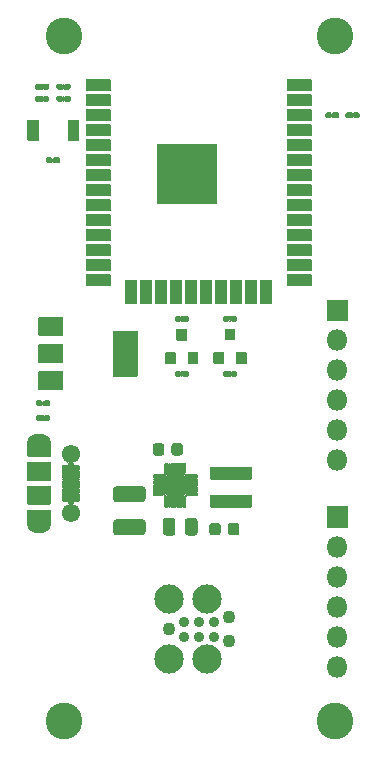
<source format=gts>
G04 #@! TF.GenerationSoftware,KiCad,Pcbnew,(5.1.9)-1*
G04 #@! TF.CreationDate,2021-01-17T23:25:33+08:00*
G04 #@! TF.ProjectId,esp-break,6573702d-6272-4656-916b-2e6b69636164,rev?*
G04 #@! TF.SameCoordinates,Original*
G04 #@! TF.FileFunction,Soldermask,Top*
G04 #@! TF.FilePolarity,Negative*
%FSLAX46Y46*%
G04 Gerber Fmt 4.6, Leading zero omitted, Abs format (unit mm)*
G04 Created by KiCad (PCBNEW (5.1.9)-1) date 2021-01-17 23:25:33*
%MOMM*%
%LPD*%
G01*
G04 APERTURE LIST*
%ADD10C,3.102000*%
%ADD11C,2.476900*%
%ADD12C,1.092600*%
%ADD13C,0.889400*%
%ADD14O,1.802000X1.802000*%
%ADD15C,1.552000*%
%ADD16O,2.002000X1.302000*%
%ADD17C,0.100000*%
G04 APERTURE END LIST*
D10*
X128117600Y-112166400D03*
X105156000Y-112166400D03*
X128117600Y-54229000D03*
X105156000Y-54203600D03*
G36*
G01*
X114259000Y-89481750D02*
X114259000Y-88918250D01*
G75*
G02*
X114503250Y-88674000I244250J0D01*
G01*
X114991750Y-88674000D01*
G75*
G02*
X115236000Y-88918250I0J-244250D01*
G01*
X115236000Y-89481750D01*
G75*
G02*
X114991750Y-89726000I-244250J0D01*
G01*
X114503250Y-89726000D01*
G75*
G02*
X114259000Y-89481750I0J244250D01*
G01*
G37*
G36*
G01*
X112684000Y-89481750D02*
X112684000Y-88918250D01*
G75*
G02*
X112928250Y-88674000I244250J0D01*
G01*
X113416750Y-88674000D01*
G75*
G02*
X113661000Y-88918250I0J-244250D01*
G01*
X113661000Y-89481750D01*
G75*
G02*
X113416750Y-89726000I-244250J0D01*
G01*
X112928250Y-89726000D01*
G75*
G02*
X112684000Y-89481750I0J244250D01*
G01*
G37*
G36*
G01*
X106468000Y-61325000D02*
X106468000Y-63025000D01*
G75*
G02*
X106417000Y-63076000I-51000J0D01*
G01*
X105517000Y-63076000D01*
G75*
G02*
X105466000Y-63025000I0J51000D01*
G01*
X105466000Y-61325000D01*
G75*
G02*
X105517000Y-61274000I51000J0D01*
G01*
X106417000Y-61274000D01*
G75*
G02*
X106468000Y-61325000I0J-51000D01*
G01*
G37*
G36*
G01*
X103068000Y-61325000D02*
X103068000Y-63025000D01*
G75*
G02*
X103017000Y-63076000I-51000J0D01*
G01*
X102117000Y-63076000D01*
G75*
G02*
X102066000Y-63025000I0J51000D01*
G01*
X102066000Y-61325000D01*
G75*
G02*
X102117000Y-61274000I51000J0D01*
G01*
X103017000Y-61274000D01*
G75*
G02*
X103068000Y-61325000I0J-51000D01*
G01*
G37*
G36*
G01*
X113024000Y-68370000D02*
X113024000Y-63370000D01*
G75*
G02*
X113075000Y-63319000I51000J0D01*
G01*
X118075000Y-63319000D01*
G75*
G02*
X118126000Y-63370000I0J-51000D01*
G01*
X118126000Y-68370000D01*
G75*
G02*
X118075000Y-68421000I-51000J0D01*
G01*
X113075000Y-68421000D01*
G75*
G02*
X113024000Y-68370000I0J51000D01*
G01*
G37*
G36*
G01*
X107024000Y-58820000D02*
X107024000Y-57920000D01*
G75*
G02*
X107075000Y-57869000I51000J0D01*
G01*
X109075000Y-57869000D01*
G75*
G02*
X109126000Y-57920000I0J-51000D01*
G01*
X109126000Y-58820000D01*
G75*
G02*
X109075000Y-58871000I-51000J0D01*
G01*
X107075000Y-58871000D01*
G75*
G02*
X107024000Y-58820000I0J51000D01*
G01*
G37*
G36*
G01*
X107024000Y-60090000D02*
X107024000Y-59190000D01*
G75*
G02*
X107075000Y-59139000I51000J0D01*
G01*
X109075000Y-59139000D01*
G75*
G02*
X109126000Y-59190000I0J-51000D01*
G01*
X109126000Y-60090000D01*
G75*
G02*
X109075000Y-60141000I-51000J0D01*
G01*
X107075000Y-60141000D01*
G75*
G02*
X107024000Y-60090000I0J51000D01*
G01*
G37*
G36*
G01*
X107024000Y-61360000D02*
X107024000Y-60460000D01*
G75*
G02*
X107075000Y-60409000I51000J0D01*
G01*
X109075000Y-60409000D01*
G75*
G02*
X109126000Y-60460000I0J-51000D01*
G01*
X109126000Y-61360000D01*
G75*
G02*
X109075000Y-61411000I-51000J0D01*
G01*
X107075000Y-61411000D01*
G75*
G02*
X107024000Y-61360000I0J51000D01*
G01*
G37*
G36*
G01*
X107024000Y-62630000D02*
X107024000Y-61730000D01*
G75*
G02*
X107075000Y-61679000I51000J0D01*
G01*
X109075000Y-61679000D01*
G75*
G02*
X109126000Y-61730000I0J-51000D01*
G01*
X109126000Y-62630000D01*
G75*
G02*
X109075000Y-62681000I-51000J0D01*
G01*
X107075000Y-62681000D01*
G75*
G02*
X107024000Y-62630000I0J51000D01*
G01*
G37*
G36*
G01*
X107024000Y-63900000D02*
X107024000Y-63000000D01*
G75*
G02*
X107075000Y-62949000I51000J0D01*
G01*
X109075000Y-62949000D01*
G75*
G02*
X109126000Y-63000000I0J-51000D01*
G01*
X109126000Y-63900000D01*
G75*
G02*
X109075000Y-63951000I-51000J0D01*
G01*
X107075000Y-63951000D01*
G75*
G02*
X107024000Y-63900000I0J51000D01*
G01*
G37*
G36*
G01*
X107024000Y-65170000D02*
X107024000Y-64270000D01*
G75*
G02*
X107075000Y-64219000I51000J0D01*
G01*
X109075000Y-64219000D01*
G75*
G02*
X109126000Y-64270000I0J-51000D01*
G01*
X109126000Y-65170000D01*
G75*
G02*
X109075000Y-65221000I-51000J0D01*
G01*
X107075000Y-65221000D01*
G75*
G02*
X107024000Y-65170000I0J51000D01*
G01*
G37*
G36*
G01*
X107024000Y-66440000D02*
X107024000Y-65540000D01*
G75*
G02*
X107075000Y-65489000I51000J0D01*
G01*
X109075000Y-65489000D01*
G75*
G02*
X109126000Y-65540000I0J-51000D01*
G01*
X109126000Y-66440000D01*
G75*
G02*
X109075000Y-66491000I-51000J0D01*
G01*
X107075000Y-66491000D01*
G75*
G02*
X107024000Y-66440000I0J51000D01*
G01*
G37*
G36*
G01*
X107024000Y-67710000D02*
X107024000Y-66810000D01*
G75*
G02*
X107075000Y-66759000I51000J0D01*
G01*
X109075000Y-66759000D01*
G75*
G02*
X109126000Y-66810000I0J-51000D01*
G01*
X109126000Y-67710000D01*
G75*
G02*
X109075000Y-67761000I-51000J0D01*
G01*
X107075000Y-67761000D01*
G75*
G02*
X107024000Y-67710000I0J51000D01*
G01*
G37*
G36*
G01*
X107024000Y-68980000D02*
X107024000Y-68080000D01*
G75*
G02*
X107075000Y-68029000I51000J0D01*
G01*
X109075000Y-68029000D01*
G75*
G02*
X109126000Y-68080000I0J-51000D01*
G01*
X109126000Y-68980000D01*
G75*
G02*
X109075000Y-69031000I-51000J0D01*
G01*
X107075000Y-69031000D01*
G75*
G02*
X107024000Y-68980000I0J51000D01*
G01*
G37*
G36*
G01*
X107024000Y-70250000D02*
X107024000Y-69350000D01*
G75*
G02*
X107075000Y-69299000I51000J0D01*
G01*
X109075000Y-69299000D01*
G75*
G02*
X109126000Y-69350000I0J-51000D01*
G01*
X109126000Y-70250000D01*
G75*
G02*
X109075000Y-70301000I-51000J0D01*
G01*
X107075000Y-70301000D01*
G75*
G02*
X107024000Y-70250000I0J51000D01*
G01*
G37*
G36*
G01*
X107024000Y-71520000D02*
X107024000Y-70620000D01*
G75*
G02*
X107075000Y-70569000I51000J0D01*
G01*
X109075000Y-70569000D01*
G75*
G02*
X109126000Y-70620000I0J-51000D01*
G01*
X109126000Y-71520000D01*
G75*
G02*
X109075000Y-71571000I-51000J0D01*
G01*
X107075000Y-71571000D01*
G75*
G02*
X107024000Y-71520000I0J51000D01*
G01*
G37*
G36*
G01*
X107024000Y-72790000D02*
X107024000Y-71890000D01*
G75*
G02*
X107075000Y-71839000I51000J0D01*
G01*
X109075000Y-71839000D01*
G75*
G02*
X109126000Y-71890000I0J-51000D01*
G01*
X109126000Y-72790000D01*
G75*
G02*
X109075000Y-72841000I-51000J0D01*
G01*
X107075000Y-72841000D01*
G75*
G02*
X107024000Y-72790000I0J51000D01*
G01*
G37*
G36*
G01*
X107024000Y-74060000D02*
X107024000Y-73160000D01*
G75*
G02*
X107075000Y-73109000I51000J0D01*
G01*
X109075000Y-73109000D01*
G75*
G02*
X109126000Y-73160000I0J-51000D01*
G01*
X109126000Y-74060000D01*
G75*
G02*
X109075000Y-74111000I-51000J0D01*
G01*
X107075000Y-74111000D01*
G75*
G02*
X107024000Y-74060000I0J51000D01*
G01*
G37*
G36*
G01*
X107024000Y-75330000D02*
X107024000Y-74430000D01*
G75*
G02*
X107075000Y-74379000I51000J0D01*
G01*
X109075000Y-74379000D01*
G75*
G02*
X109126000Y-74430000I0J-51000D01*
G01*
X109126000Y-75330000D01*
G75*
G02*
X109075000Y-75381000I-51000J0D01*
G01*
X107075000Y-75381000D01*
G75*
G02*
X107024000Y-75330000I0J51000D01*
G01*
G37*
G36*
G01*
X111310000Y-76931000D02*
X110410000Y-76931000D01*
G75*
G02*
X110359000Y-76880000I0J51000D01*
G01*
X110359000Y-74880000D01*
G75*
G02*
X110410000Y-74829000I51000J0D01*
G01*
X111310000Y-74829000D01*
G75*
G02*
X111361000Y-74880000I0J-51000D01*
G01*
X111361000Y-76880000D01*
G75*
G02*
X111310000Y-76931000I-51000J0D01*
G01*
G37*
G36*
G01*
X112580000Y-76931000D02*
X111680000Y-76931000D01*
G75*
G02*
X111629000Y-76880000I0J51000D01*
G01*
X111629000Y-74880000D01*
G75*
G02*
X111680000Y-74829000I51000J0D01*
G01*
X112580000Y-74829000D01*
G75*
G02*
X112631000Y-74880000I0J-51000D01*
G01*
X112631000Y-76880000D01*
G75*
G02*
X112580000Y-76931000I-51000J0D01*
G01*
G37*
G36*
G01*
X113850000Y-76931000D02*
X112950000Y-76931000D01*
G75*
G02*
X112899000Y-76880000I0J51000D01*
G01*
X112899000Y-74880000D01*
G75*
G02*
X112950000Y-74829000I51000J0D01*
G01*
X113850000Y-74829000D01*
G75*
G02*
X113901000Y-74880000I0J-51000D01*
G01*
X113901000Y-76880000D01*
G75*
G02*
X113850000Y-76931000I-51000J0D01*
G01*
G37*
G36*
G01*
X115120000Y-76931000D02*
X114220000Y-76931000D01*
G75*
G02*
X114169000Y-76880000I0J51000D01*
G01*
X114169000Y-74880000D01*
G75*
G02*
X114220000Y-74829000I51000J0D01*
G01*
X115120000Y-74829000D01*
G75*
G02*
X115171000Y-74880000I0J-51000D01*
G01*
X115171000Y-76880000D01*
G75*
G02*
X115120000Y-76931000I-51000J0D01*
G01*
G37*
G36*
G01*
X116390000Y-76931000D02*
X115490000Y-76931000D01*
G75*
G02*
X115439000Y-76880000I0J51000D01*
G01*
X115439000Y-74880000D01*
G75*
G02*
X115490000Y-74829000I51000J0D01*
G01*
X116390000Y-74829000D01*
G75*
G02*
X116441000Y-74880000I0J-51000D01*
G01*
X116441000Y-76880000D01*
G75*
G02*
X116390000Y-76931000I-51000J0D01*
G01*
G37*
G36*
G01*
X117660000Y-76931000D02*
X116760000Y-76931000D01*
G75*
G02*
X116709000Y-76880000I0J51000D01*
G01*
X116709000Y-74880000D01*
G75*
G02*
X116760000Y-74829000I51000J0D01*
G01*
X117660000Y-74829000D01*
G75*
G02*
X117711000Y-74880000I0J-51000D01*
G01*
X117711000Y-76880000D01*
G75*
G02*
X117660000Y-76931000I-51000J0D01*
G01*
G37*
G36*
G01*
X118930000Y-76931000D02*
X118030000Y-76931000D01*
G75*
G02*
X117979000Y-76880000I0J51000D01*
G01*
X117979000Y-74880000D01*
G75*
G02*
X118030000Y-74829000I51000J0D01*
G01*
X118930000Y-74829000D01*
G75*
G02*
X118981000Y-74880000I0J-51000D01*
G01*
X118981000Y-76880000D01*
G75*
G02*
X118930000Y-76931000I-51000J0D01*
G01*
G37*
G36*
G01*
X120200000Y-76931000D02*
X119300000Y-76931000D01*
G75*
G02*
X119249000Y-76880000I0J51000D01*
G01*
X119249000Y-74880000D01*
G75*
G02*
X119300000Y-74829000I51000J0D01*
G01*
X120200000Y-74829000D01*
G75*
G02*
X120251000Y-74880000I0J-51000D01*
G01*
X120251000Y-76880000D01*
G75*
G02*
X120200000Y-76931000I-51000J0D01*
G01*
G37*
G36*
G01*
X121470000Y-76931000D02*
X120570000Y-76931000D01*
G75*
G02*
X120519000Y-76880000I0J51000D01*
G01*
X120519000Y-74880000D01*
G75*
G02*
X120570000Y-74829000I51000J0D01*
G01*
X121470000Y-74829000D01*
G75*
G02*
X121521000Y-74880000I0J-51000D01*
G01*
X121521000Y-76880000D01*
G75*
G02*
X121470000Y-76931000I-51000J0D01*
G01*
G37*
G36*
G01*
X122740000Y-76931000D02*
X121840000Y-76931000D01*
G75*
G02*
X121789000Y-76880000I0J51000D01*
G01*
X121789000Y-74880000D01*
G75*
G02*
X121840000Y-74829000I51000J0D01*
G01*
X122740000Y-74829000D01*
G75*
G02*
X122791000Y-74880000I0J-51000D01*
G01*
X122791000Y-76880000D01*
G75*
G02*
X122740000Y-76931000I-51000J0D01*
G01*
G37*
G36*
G01*
X124024000Y-75330000D02*
X124024000Y-74430000D01*
G75*
G02*
X124075000Y-74379000I51000J0D01*
G01*
X126075000Y-74379000D01*
G75*
G02*
X126126000Y-74430000I0J-51000D01*
G01*
X126126000Y-75330000D01*
G75*
G02*
X126075000Y-75381000I-51000J0D01*
G01*
X124075000Y-75381000D01*
G75*
G02*
X124024000Y-75330000I0J51000D01*
G01*
G37*
G36*
G01*
X124024000Y-74060000D02*
X124024000Y-73160000D01*
G75*
G02*
X124075000Y-73109000I51000J0D01*
G01*
X126075000Y-73109000D01*
G75*
G02*
X126126000Y-73160000I0J-51000D01*
G01*
X126126000Y-74060000D01*
G75*
G02*
X126075000Y-74111000I-51000J0D01*
G01*
X124075000Y-74111000D01*
G75*
G02*
X124024000Y-74060000I0J51000D01*
G01*
G37*
G36*
G01*
X124024000Y-72790000D02*
X124024000Y-71890000D01*
G75*
G02*
X124075000Y-71839000I51000J0D01*
G01*
X126075000Y-71839000D01*
G75*
G02*
X126126000Y-71890000I0J-51000D01*
G01*
X126126000Y-72790000D01*
G75*
G02*
X126075000Y-72841000I-51000J0D01*
G01*
X124075000Y-72841000D01*
G75*
G02*
X124024000Y-72790000I0J51000D01*
G01*
G37*
G36*
G01*
X124024000Y-71520000D02*
X124024000Y-70620000D01*
G75*
G02*
X124075000Y-70569000I51000J0D01*
G01*
X126075000Y-70569000D01*
G75*
G02*
X126126000Y-70620000I0J-51000D01*
G01*
X126126000Y-71520000D01*
G75*
G02*
X126075000Y-71571000I-51000J0D01*
G01*
X124075000Y-71571000D01*
G75*
G02*
X124024000Y-71520000I0J51000D01*
G01*
G37*
G36*
G01*
X124024000Y-70250000D02*
X124024000Y-69350000D01*
G75*
G02*
X124075000Y-69299000I51000J0D01*
G01*
X126075000Y-69299000D01*
G75*
G02*
X126126000Y-69350000I0J-51000D01*
G01*
X126126000Y-70250000D01*
G75*
G02*
X126075000Y-70301000I-51000J0D01*
G01*
X124075000Y-70301000D01*
G75*
G02*
X124024000Y-70250000I0J51000D01*
G01*
G37*
G36*
G01*
X124024000Y-68980000D02*
X124024000Y-68080000D01*
G75*
G02*
X124075000Y-68029000I51000J0D01*
G01*
X126075000Y-68029000D01*
G75*
G02*
X126126000Y-68080000I0J-51000D01*
G01*
X126126000Y-68980000D01*
G75*
G02*
X126075000Y-69031000I-51000J0D01*
G01*
X124075000Y-69031000D01*
G75*
G02*
X124024000Y-68980000I0J51000D01*
G01*
G37*
G36*
G01*
X124024000Y-67710000D02*
X124024000Y-66810000D01*
G75*
G02*
X124075000Y-66759000I51000J0D01*
G01*
X126075000Y-66759000D01*
G75*
G02*
X126126000Y-66810000I0J-51000D01*
G01*
X126126000Y-67710000D01*
G75*
G02*
X126075000Y-67761000I-51000J0D01*
G01*
X124075000Y-67761000D01*
G75*
G02*
X124024000Y-67710000I0J51000D01*
G01*
G37*
G36*
G01*
X124024000Y-66440000D02*
X124024000Y-65540000D01*
G75*
G02*
X124075000Y-65489000I51000J0D01*
G01*
X126075000Y-65489000D01*
G75*
G02*
X126126000Y-65540000I0J-51000D01*
G01*
X126126000Y-66440000D01*
G75*
G02*
X126075000Y-66491000I-51000J0D01*
G01*
X124075000Y-66491000D01*
G75*
G02*
X124024000Y-66440000I0J51000D01*
G01*
G37*
G36*
G01*
X124024000Y-65170000D02*
X124024000Y-64270000D01*
G75*
G02*
X124075000Y-64219000I51000J0D01*
G01*
X126075000Y-64219000D01*
G75*
G02*
X126126000Y-64270000I0J-51000D01*
G01*
X126126000Y-65170000D01*
G75*
G02*
X126075000Y-65221000I-51000J0D01*
G01*
X124075000Y-65221000D01*
G75*
G02*
X124024000Y-65170000I0J51000D01*
G01*
G37*
G36*
G01*
X124024000Y-63900000D02*
X124024000Y-63000000D01*
G75*
G02*
X124075000Y-62949000I51000J0D01*
G01*
X126075000Y-62949000D01*
G75*
G02*
X126126000Y-63000000I0J-51000D01*
G01*
X126126000Y-63900000D01*
G75*
G02*
X126075000Y-63951000I-51000J0D01*
G01*
X124075000Y-63951000D01*
G75*
G02*
X124024000Y-63900000I0J51000D01*
G01*
G37*
G36*
G01*
X124024000Y-62630000D02*
X124024000Y-61730000D01*
G75*
G02*
X124075000Y-61679000I51000J0D01*
G01*
X126075000Y-61679000D01*
G75*
G02*
X126126000Y-61730000I0J-51000D01*
G01*
X126126000Y-62630000D01*
G75*
G02*
X126075000Y-62681000I-51000J0D01*
G01*
X124075000Y-62681000D01*
G75*
G02*
X124024000Y-62630000I0J51000D01*
G01*
G37*
G36*
G01*
X124024000Y-61360000D02*
X124024000Y-60460000D01*
G75*
G02*
X124075000Y-60409000I51000J0D01*
G01*
X126075000Y-60409000D01*
G75*
G02*
X126126000Y-60460000I0J-51000D01*
G01*
X126126000Y-61360000D01*
G75*
G02*
X126075000Y-61411000I-51000J0D01*
G01*
X124075000Y-61411000D01*
G75*
G02*
X124024000Y-61360000I0J51000D01*
G01*
G37*
G36*
G01*
X124024000Y-60090000D02*
X124024000Y-59190000D01*
G75*
G02*
X124075000Y-59139000I51000J0D01*
G01*
X126075000Y-59139000D01*
G75*
G02*
X126126000Y-59190000I0J-51000D01*
G01*
X126126000Y-60090000D01*
G75*
G02*
X126075000Y-60141000I-51000J0D01*
G01*
X124075000Y-60141000D01*
G75*
G02*
X124024000Y-60090000I0J51000D01*
G01*
G37*
G36*
G01*
X124024000Y-58820000D02*
X124024000Y-57920000D01*
G75*
G02*
X124075000Y-57869000I51000J0D01*
G01*
X126075000Y-57869000D01*
G75*
G02*
X126126000Y-57920000I0J-51000D01*
G01*
X126126000Y-58820000D01*
G75*
G02*
X126075000Y-58871000I-51000J0D01*
G01*
X124075000Y-58871000D01*
G75*
G02*
X124024000Y-58820000I0J51000D01*
G01*
G37*
D11*
X114086640Y-106987340D03*
X114086640Y-101907340D03*
X117261640Y-101907340D03*
X117261640Y-106987340D03*
D12*
X119166640Y-103431340D03*
X119166640Y-105463340D03*
X114086640Y-104447340D03*
D13*
X115356640Y-105082340D03*
X115356640Y-103812340D03*
X116626640Y-105082340D03*
X116626640Y-103812340D03*
X117896640Y-105082340D03*
X117896640Y-103812340D03*
G36*
G01*
X127419800Y-78269200D02*
X127419800Y-76569200D01*
G75*
G02*
X127470800Y-76518200I51000J0D01*
G01*
X129170800Y-76518200D01*
G75*
G02*
X129221800Y-76569200I0J-51000D01*
G01*
X129221800Y-78269200D01*
G75*
G02*
X129170800Y-78320200I-51000J0D01*
G01*
X127470800Y-78320200D01*
G75*
G02*
X127419800Y-78269200I0J51000D01*
G01*
G37*
D14*
X128320800Y-79959200D03*
X128320800Y-82499200D03*
X128320800Y-85039200D03*
X128320800Y-87579200D03*
X128320800Y-90119200D03*
X128320800Y-107619800D03*
X128320800Y-105079800D03*
X128320800Y-102539800D03*
X128320800Y-99999800D03*
X128320800Y-97459800D03*
G36*
G01*
X127419800Y-95769800D02*
X127419800Y-94069800D01*
G75*
G02*
X127470800Y-94018800I51000J0D01*
G01*
X129170800Y-94018800D01*
G75*
G02*
X129221800Y-94069800I0J-51000D01*
G01*
X129221800Y-95769800D01*
G75*
G02*
X129170800Y-95820800I-51000J0D01*
G01*
X127470800Y-95820800D01*
G75*
G02*
X127419800Y-95769800I0J51000D01*
G01*
G37*
G36*
G01*
X115538660Y-79996980D02*
X114738660Y-79996980D01*
G75*
G02*
X114687660Y-79945980I0J51000D01*
G01*
X114687660Y-79045980D01*
G75*
G02*
X114738660Y-78994980I51000J0D01*
G01*
X115538660Y-78994980D01*
G75*
G02*
X115589660Y-79045980I0J-51000D01*
G01*
X115589660Y-79945980D01*
G75*
G02*
X115538660Y-79996980I-51000J0D01*
G01*
G37*
G36*
G01*
X116488660Y-81996980D02*
X115688660Y-81996980D01*
G75*
G02*
X115637660Y-81945980I0J51000D01*
G01*
X115637660Y-81045980D01*
G75*
G02*
X115688660Y-80994980I51000J0D01*
G01*
X116488660Y-80994980D01*
G75*
G02*
X116539660Y-81045980I0J-51000D01*
G01*
X116539660Y-81945980D01*
G75*
G02*
X116488660Y-81996980I-51000J0D01*
G01*
G37*
G36*
G01*
X114588660Y-81996980D02*
X113788660Y-81996980D01*
G75*
G02*
X113737660Y-81945980I0J51000D01*
G01*
X113737660Y-81045980D01*
G75*
G02*
X113788660Y-80994980I51000J0D01*
G01*
X114588660Y-80994980D01*
G75*
G02*
X114639660Y-81045980I0J-51000D01*
G01*
X114639660Y-81945980D01*
G75*
G02*
X114588660Y-81996980I-51000J0D01*
G01*
G37*
G36*
G01*
X118676300Y-81973740D02*
X117876300Y-81973740D01*
G75*
G02*
X117825300Y-81922740I0J51000D01*
G01*
X117825300Y-81022740D01*
G75*
G02*
X117876300Y-80971740I51000J0D01*
G01*
X118676300Y-80971740D01*
G75*
G02*
X118727300Y-81022740I0J-51000D01*
G01*
X118727300Y-81922740D01*
G75*
G02*
X118676300Y-81973740I-51000J0D01*
G01*
G37*
G36*
G01*
X120576300Y-81973740D02*
X119776300Y-81973740D01*
G75*
G02*
X119725300Y-81922740I0J51000D01*
G01*
X119725300Y-81022740D01*
G75*
G02*
X119776300Y-80971740I51000J0D01*
G01*
X120576300Y-80971740D01*
G75*
G02*
X120627300Y-81022740I0J-51000D01*
G01*
X120627300Y-81922740D01*
G75*
G02*
X120576300Y-81973740I-51000J0D01*
G01*
G37*
G36*
G01*
X119626300Y-79973740D02*
X118826300Y-79973740D01*
G75*
G02*
X118775300Y-79922740I0J51000D01*
G01*
X118775300Y-79022740D01*
G75*
G02*
X118826300Y-78971740I51000J0D01*
G01*
X119626300Y-78971740D01*
G75*
G02*
X119677300Y-79022740I0J-51000D01*
G01*
X119677300Y-79922740D01*
G75*
G02*
X119626300Y-79973740I-51000J0D01*
G01*
G37*
G36*
G01*
X104001000Y-85174500D02*
X104001000Y-85425500D01*
G75*
G02*
X103875500Y-85551000I-125500J0D01*
G01*
X103564500Y-85551000D01*
G75*
G02*
X103439000Y-85425500I0J125500D01*
G01*
X103439000Y-85174500D01*
G75*
G02*
X103564500Y-85049000I125500J0D01*
G01*
X103875500Y-85049000D01*
G75*
G02*
X104001000Y-85174500I0J-125500D01*
G01*
G37*
G36*
G01*
X103361000Y-85174500D02*
X103361000Y-85425500D01*
G75*
G02*
X103235500Y-85551000I-125500J0D01*
G01*
X102924500Y-85551000D01*
G75*
G02*
X102799000Y-85425500I0J125500D01*
G01*
X102799000Y-85174500D01*
G75*
G02*
X102924500Y-85049000I125500J0D01*
G01*
X103235500Y-85049000D01*
G75*
G02*
X103361000Y-85174500I0J-125500D01*
G01*
G37*
G36*
G01*
X103361000Y-86424500D02*
X103361000Y-86675500D01*
G75*
G02*
X103235500Y-86801000I-125500J0D01*
G01*
X102924500Y-86801000D01*
G75*
G02*
X102799000Y-86675500I0J125500D01*
G01*
X102799000Y-86424500D01*
G75*
G02*
X102924500Y-86299000I125500J0D01*
G01*
X103235500Y-86299000D01*
G75*
G02*
X103361000Y-86424500I0J-125500D01*
G01*
G37*
G36*
G01*
X104001000Y-86424500D02*
X104001000Y-86675500D01*
G75*
G02*
X103875500Y-86801000I-125500J0D01*
G01*
X103564500Y-86801000D01*
G75*
G02*
X103439000Y-86675500I0J125500D01*
G01*
X103439000Y-86424500D01*
G75*
G02*
X103564500Y-86299000I125500J0D01*
G01*
X103875500Y-86299000D01*
G75*
G02*
X104001000Y-86424500I0J-125500D01*
G01*
G37*
G36*
G01*
X103926000Y-58374500D02*
X103926000Y-58625500D01*
G75*
G02*
X103800500Y-58751000I-125500J0D01*
G01*
X103489500Y-58751000D01*
G75*
G02*
X103364000Y-58625500I0J125500D01*
G01*
X103364000Y-58374500D01*
G75*
G02*
X103489500Y-58249000I125500J0D01*
G01*
X103800500Y-58249000D01*
G75*
G02*
X103926000Y-58374500I0J-125500D01*
G01*
G37*
G36*
G01*
X103286000Y-58374500D02*
X103286000Y-58625500D01*
G75*
G02*
X103160500Y-58751000I-125500J0D01*
G01*
X102849500Y-58751000D01*
G75*
G02*
X102724000Y-58625500I0J125500D01*
G01*
X102724000Y-58374500D01*
G75*
G02*
X102849500Y-58249000I125500J0D01*
G01*
X103160500Y-58249000D01*
G75*
G02*
X103286000Y-58374500I0J-125500D01*
G01*
G37*
G36*
G01*
X103286000Y-59399500D02*
X103286000Y-59650500D01*
G75*
G02*
X103160500Y-59776000I-125500J0D01*
G01*
X102849500Y-59776000D01*
G75*
G02*
X102724000Y-59650500I0J125500D01*
G01*
X102724000Y-59399500D01*
G75*
G02*
X102849500Y-59274000I125500J0D01*
G01*
X103160500Y-59274000D01*
G75*
G02*
X103286000Y-59399500I0J-125500D01*
G01*
G37*
G36*
G01*
X103926000Y-59399500D02*
X103926000Y-59650500D01*
G75*
G02*
X103800500Y-59776000I-125500J0D01*
G01*
X103489500Y-59776000D01*
G75*
G02*
X103364000Y-59650500I0J125500D01*
G01*
X103364000Y-59399500D01*
G75*
G02*
X103489500Y-59274000I125500J0D01*
G01*
X103800500Y-59274000D01*
G75*
G02*
X103926000Y-59399500I0J-125500D01*
G01*
G37*
G36*
G01*
X105164000Y-58625500D02*
X105164000Y-58374500D01*
G75*
G02*
X105289500Y-58249000I125500J0D01*
G01*
X105600500Y-58249000D01*
G75*
G02*
X105726000Y-58374500I0J-125500D01*
G01*
X105726000Y-58625500D01*
G75*
G02*
X105600500Y-58751000I-125500J0D01*
G01*
X105289500Y-58751000D01*
G75*
G02*
X105164000Y-58625500I0J125500D01*
G01*
G37*
G36*
G01*
X104524000Y-58625500D02*
X104524000Y-58374500D01*
G75*
G02*
X104649500Y-58249000I125500J0D01*
G01*
X104960500Y-58249000D01*
G75*
G02*
X105086000Y-58374500I0J-125500D01*
G01*
X105086000Y-58625500D01*
G75*
G02*
X104960500Y-58751000I-125500J0D01*
G01*
X104649500Y-58751000D01*
G75*
G02*
X104524000Y-58625500I0J125500D01*
G01*
G37*
G36*
G01*
X103649000Y-64850500D02*
X103649000Y-64599500D01*
G75*
G02*
X103774500Y-64474000I125500J0D01*
G01*
X104085500Y-64474000D01*
G75*
G02*
X104211000Y-64599500I0J-125500D01*
G01*
X104211000Y-64850500D01*
G75*
G02*
X104085500Y-64976000I-125500J0D01*
G01*
X103774500Y-64976000D01*
G75*
G02*
X103649000Y-64850500I0J125500D01*
G01*
G37*
G36*
G01*
X104289000Y-64850500D02*
X104289000Y-64599500D01*
G75*
G02*
X104414500Y-64474000I125500J0D01*
G01*
X104725500Y-64474000D01*
G75*
G02*
X104851000Y-64599500I0J-125500D01*
G01*
X104851000Y-64850500D01*
G75*
G02*
X104725500Y-64976000I-125500J0D01*
G01*
X104414500Y-64976000D01*
G75*
G02*
X104289000Y-64850500I0J125500D01*
G01*
G37*
G36*
G01*
X130201000Y-60799500D02*
X130201000Y-61050500D01*
G75*
G02*
X130075500Y-61176000I-125500J0D01*
G01*
X129764500Y-61176000D01*
G75*
G02*
X129639000Y-61050500I0J125500D01*
G01*
X129639000Y-60799500D01*
G75*
G02*
X129764500Y-60674000I125500J0D01*
G01*
X130075500Y-60674000D01*
G75*
G02*
X130201000Y-60799500I0J-125500D01*
G01*
G37*
G36*
G01*
X129561000Y-60799500D02*
X129561000Y-61050500D01*
G75*
G02*
X129435500Y-61176000I-125500J0D01*
G01*
X129124500Y-61176000D01*
G75*
G02*
X128999000Y-61050500I0J125500D01*
G01*
X128999000Y-60799500D01*
G75*
G02*
X129124500Y-60674000I125500J0D01*
G01*
X129435500Y-60674000D01*
G75*
G02*
X129561000Y-60799500I0J-125500D01*
G01*
G37*
G36*
G01*
X102104900Y-92274000D02*
X104004900Y-92274000D01*
G75*
G02*
X104055900Y-92325000I0J-51000D01*
G01*
X104055900Y-93825000D01*
G75*
G02*
X104004900Y-93876000I-51000J0D01*
G01*
X102104900Y-93876000D01*
G75*
G02*
X102053900Y-93825000I0J51000D01*
G01*
X102053900Y-92325000D01*
G75*
G02*
X102104900Y-92274000I51000J0D01*
G01*
G37*
D15*
X105754900Y-89575000D03*
G36*
G01*
X105079900Y-91174000D02*
X106429900Y-91174000D01*
G75*
G02*
X106480900Y-91225000I0J-51000D01*
G01*
X106480900Y-91625000D01*
G75*
G02*
X106429900Y-91676000I-51000J0D01*
G01*
X105079900Y-91676000D01*
G75*
G02*
X105028900Y-91625000I0J51000D01*
G01*
X105028900Y-91225000D01*
G75*
G02*
X105079900Y-91174000I51000J0D01*
G01*
G37*
G36*
G01*
X105079900Y-90524000D02*
X106429900Y-90524000D01*
G75*
G02*
X106480900Y-90575000I0J-51000D01*
G01*
X106480900Y-90975000D01*
G75*
G02*
X106429900Y-91026000I-51000J0D01*
G01*
X105079900Y-91026000D01*
G75*
G02*
X105028900Y-90975000I0J51000D01*
G01*
X105028900Y-90575000D01*
G75*
G02*
X105079900Y-90524000I51000J0D01*
G01*
G37*
G36*
G01*
X105079900Y-93124000D02*
X106429900Y-93124000D01*
G75*
G02*
X106480900Y-93175000I0J-51000D01*
G01*
X106480900Y-93575000D01*
G75*
G02*
X106429900Y-93626000I-51000J0D01*
G01*
X105079900Y-93626000D01*
G75*
G02*
X105028900Y-93575000I0J51000D01*
G01*
X105028900Y-93175000D01*
G75*
G02*
X105079900Y-93124000I51000J0D01*
G01*
G37*
G36*
G01*
X105079900Y-92474000D02*
X106429900Y-92474000D01*
G75*
G02*
X106480900Y-92525000I0J-51000D01*
G01*
X106480900Y-92925000D01*
G75*
G02*
X106429900Y-92976000I-51000J0D01*
G01*
X105079900Y-92976000D01*
G75*
G02*
X105028900Y-92925000I0J51000D01*
G01*
X105028900Y-92525000D01*
G75*
G02*
X105079900Y-92474000I51000J0D01*
G01*
G37*
G36*
G01*
X105079900Y-91824000D02*
X106429900Y-91824000D01*
G75*
G02*
X106480900Y-91875000I0J-51000D01*
G01*
X106480900Y-92275000D01*
G75*
G02*
X106429900Y-92326000I-51000J0D01*
G01*
X105079900Y-92326000D01*
G75*
G02*
X105028900Y-92275000I0J51000D01*
G01*
X105028900Y-91875000D01*
G75*
G02*
X105079900Y-91824000I51000J0D01*
G01*
G37*
X105754900Y-94575000D03*
G36*
G01*
X102104900Y-90274000D02*
X104004900Y-90274000D01*
G75*
G02*
X104055900Y-90325000I0J-51000D01*
G01*
X104055900Y-91825000D01*
G75*
G02*
X104004900Y-91876000I-51000J0D01*
G01*
X102104900Y-91876000D01*
G75*
G02*
X102053900Y-91825000I0J51000D01*
G01*
X102053900Y-90325000D01*
G75*
G02*
X102104900Y-90274000I51000J0D01*
G01*
G37*
D16*
X103054900Y-88575000D03*
X103054900Y-95575000D03*
G36*
G01*
X102104899Y-94324000D02*
X104004901Y-94324000D01*
G75*
G02*
X104055900Y-94374999I0J-50999D01*
G01*
X104055900Y-95575001D01*
G75*
G02*
X104004901Y-95626000I-50999J0D01*
G01*
X102104899Y-95626000D01*
G75*
G02*
X102053900Y-95575001I0J50999D01*
G01*
X102053900Y-94374999D01*
G75*
G02*
X102104899Y-94324000I50999J0D01*
G01*
G37*
G36*
G01*
X102104899Y-88524000D02*
X104004901Y-88524000D01*
G75*
G02*
X104055900Y-88574999I0J-50999D01*
G01*
X104055900Y-89775001D01*
G75*
G02*
X104004901Y-89826000I-50999J0D01*
G01*
X102104899Y-89826000D01*
G75*
G02*
X102053900Y-89775001I0J50999D01*
G01*
X102053900Y-88574999D01*
G75*
G02*
X102104899Y-88524000I50999J0D01*
G01*
G37*
G36*
G01*
X105731000Y-59399500D02*
X105731000Y-59650500D01*
G75*
G02*
X105605500Y-59776000I-125500J0D01*
G01*
X105294500Y-59776000D01*
G75*
G02*
X105169000Y-59650500I0J125500D01*
G01*
X105169000Y-59399500D01*
G75*
G02*
X105294500Y-59274000I125500J0D01*
G01*
X105605500Y-59274000D01*
G75*
G02*
X105731000Y-59399500I0J-125500D01*
G01*
G37*
G36*
G01*
X105091000Y-59399500D02*
X105091000Y-59650500D01*
G75*
G02*
X104965500Y-59776000I-125500J0D01*
G01*
X104654500Y-59776000D01*
G75*
G02*
X104529000Y-59650500I0J125500D01*
G01*
X104529000Y-59399500D01*
G75*
G02*
X104654500Y-59274000I125500J0D01*
G01*
X104965500Y-59274000D01*
G75*
G02*
X105091000Y-59399500I0J-125500D01*
G01*
G37*
G36*
G01*
X127836000Y-60799500D02*
X127836000Y-61050500D01*
G75*
G02*
X127710500Y-61176000I-125500J0D01*
G01*
X127399500Y-61176000D01*
G75*
G02*
X127274000Y-61050500I0J125500D01*
G01*
X127274000Y-60799500D01*
G75*
G02*
X127399500Y-60674000I125500J0D01*
G01*
X127710500Y-60674000D01*
G75*
G02*
X127836000Y-60799500I0J-125500D01*
G01*
G37*
G36*
G01*
X128476000Y-60799500D02*
X128476000Y-61050500D01*
G75*
G02*
X128350500Y-61176000I-125500J0D01*
G01*
X128039500Y-61176000D01*
G75*
G02*
X127914000Y-61050500I0J125500D01*
G01*
X127914000Y-60799500D01*
G75*
G02*
X128039500Y-60674000I125500J0D01*
G01*
X128350500Y-60674000D01*
G75*
G02*
X128476000Y-60799500I0J-125500D01*
G01*
G37*
G36*
G01*
X115177660Y-82946480D02*
X115177660Y-82695480D01*
G75*
G02*
X115303160Y-82569980I125500J0D01*
G01*
X115614160Y-82569980D01*
G75*
G02*
X115739660Y-82695480I0J-125500D01*
G01*
X115739660Y-82946480D01*
G75*
G02*
X115614160Y-83071980I-125500J0D01*
G01*
X115303160Y-83071980D01*
G75*
G02*
X115177660Y-82946480I0J125500D01*
G01*
G37*
G36*
G01*
X114537660Y-82946480D02*
X114537660Y-82695480D01*
G75*
G02*
X114663160Y-82569980I125500J0D01*
G01*
X114974160Y-82569980D01*
G75*
G02*
X115099660Y-82695480I0J-125500D01*
G01*
X115099660Y-82946480D01*
G75*
G02*
X114974160Y-83071980I-125500J0D01*
G01*
X114663160Y-83071980D01*
G75*
G02*
X114537660Y-82946480I0J125500D01*
G01*
G37*
G36*
G01*
X115739660Y-78020480D02*
X115739660Y-78271480D01*
G75*
G02*
X115614160Y-78396980I-125500J0D01*
G01*
X115303160Y-78396980D01*
G75*
G02*
X115177660Y-78271480I0J125500D01*
G01*
X115177660Y-78020480D01*
G75*
G02*
X115303160Y-77894980I125500J0D01*
G01*
X115614160Y-77894980D01*
G75*
G02*
X115739660Y-78020480I0J-125500D01*
G01*
G37*
G36*
G01*
X115099660Y-78020480D02*
X115099660Y-78271480D01*
G75*
G02*
X114974160Y-78396980I-125500J0D01*
G01*
X114663160Y-78396980D01*
G75*
G02*
X114537660Y-78271480I0J125500D01*
G01*
X114537660Y-78020480D01*
G75*
G02*
X114663160Y-77894980I125500J0D01*
G01*
X114974160Y-77894980D01*
G75*
G02*
X115099660Y-78020480I0J-125500D01*
G01*
G37*
G36*
G01*
X119271100Y-82948240D02*
X119271100Y-82697240D01*
G75*
G02*
X119396600Y-82571740I125500J0D01*
G01*
X119707600Y-82571740D01*
G75*
G02*
X119833100Y-82697240I0J-125500D01*
G01*
X119833100Y-82948240D01*
G75*
G02*
X119707600Y-83073740I-125500J0D01*
G01*
X119396600Y-83073740D01*
G75*
G02*
X119271100Y-82948240I0J125500D01*
G01*
G37*
G36*
G01*
X118631100Y-82948240D02*
X118631100Y-82697240D01*
G75*
G02*
X118756600Y-82571740I125500J0D01*
G01*
X119067600Y-82571740D01*
G75*
G02*
X119193100Y-82697240I0J-125500D01*
G01*
X119193100Y-82948240D01*
G75*
G02*
X119067600Y-83073740I-125500J0D01*
G01*
X118756600Y-83073740D01*
G75*
G02*
X118631100Y-82948240I0J125500D01*
G01*
G37*
G36*
G01*
X118631100Y-78273240D02*
X118631100Y-78022240D01*
G75*
G02*
X118756600Y-77896740I125500J0D01*
G01*
X119067600Y-77896740D01*
G75*
G02*
X119193100Y-78022240I0J-125500D01*
G01*
X119193100Y-78273240D01*
G75*
G02*
X119067600Y-78398740I-125500J0D01*
G01*
X118756600Y-78398740D01*
G75*
G02*
X118631100Y-78273240I0J125500D01*
G01*
G37*
G36*
G01*
X119271100Y-78273240D02*
X119271100Y-78022240D01*
G75*
G02*
X119396600Y-77896740I125500J0D01*
G01*
X119707600Y-77896740D01*
G75*
G02*
X119833100Y-78022240I0J-125500D01*
G01*
X119833100Y-78273240D01*
G75*
G02*
X119707600Y-78398740I-125500J0D01*
G01*
X119396600Y-78398740D01*
G75*
G02*
X119271100Y-78273240I0J125500D01*
G01*
G37*
G36*
G01*
X109594400Y-92324000D02*
X111805600Y-92324000D01*
G75*
G02*
X112076000Y-92594400I0J-270400D01*
G01*
X112076000Y-93405600D01*
G75*
G02*
X111805600Y-93676000I-270400J0D01*
G01*
X109594400Y-93676000D01*
G75*
G02*
X109324000Y-93405600I0J270400D01*
G01*
X109324000Y-92594400D01*
G75*
G02*
X109594400Y-92324000I270400J0D01*
G01*
G37*
G36*
G01*
X109594400Y-95124000D02*
X111805600Y-95124000D01*
G75*
G02*
X112076000Y-95394400I0J-270400D01*
G01*
X112076000Y-96205600D01*
G75*
G02*
X111805600Y-96476000I-270400J0D01*
G01*
X109594400Y-96476000D01*
G75*
G02*
X109324000Y-96205600I0J270400D01*
G01*
X109324000Y-95394400D01*
G75*
G02*
X109594400Y-95124000I270400J0D01*
G01*
G37*
G36*
G01*
X116476000Y-95268250D02*
X116476000Y-96231750D01*
G75*
G02*
X116206750Y-96501000I-269250J0D01*
G01*
X115668250Y-96501000D01*
G75*
G02*
X115399000Y-96231750I0J269250D01*
G01*
X115399000Y-95268250D01*
G75*
G02*
X115668250Y-94999000I269250J0D01*
G01*
X116206750Y-94999000D01*
G75*
G02*
X116476000Y-95268250I0J-269250D01*
G01*
G37*
G36*
G01*
X114601000Y-95268250D02*
X114601000Y-96231750D01*
G75*
G02*
X114331750Y-96501000I-269250J0D01*
G01*
X113793250Y-96501000D01*
G75*
G02*
X113524000Y-96231750I0J269250D01*
G01*
X113524000Y-95268250D01*
G75*
G02*
X113793250Y-94999000I269250J0D01*
G01*
X114331750Y-94999000D01*
G75*
G02*
X114601000Y-95268250I0J-269250D01*
G01*
G37*
G36*
G01*
X117600000Y-90674000D02*
X121000000Y-90674000D01*
G75*
G02*
X121051000Y-90725000I0J-51000D01*
G01*
X121051000Y-91705000D01*
G75*
G02*
X121000000Y-91756000I-51000J0D01*
G01*
X117600000Y-91756000D01*
G75*
G02*
X117549000Y-91705000I0J51000D01*
G01*
X117549000Y-90725000D01*
G75*
G02*
X117600000Y-90674000I51000J0D01*
G01*
G37*
G36*
G01*
X117600000Y-93044000D02*
X121000000Y-93044000D01*
G75*
G02*
X121051000Y-93095000I0J-51000D01*
G01*
X121051000Y-94075000D01*
G75*
G02*
X121000000Y-94126000I-51000J0D01*
G01*
X117600000Y-94126000D01*
G75*
G02*
X117549000Y-94075000I0J51000D01*
G01*
X117549000Y-93095000D01*
G75*
G02*
X117600000Y-93044000I51000J0D01*
G01*
G37*
G36*
G01*
X117474000Y-96231750D02*
X117474000Y-95668250D01*
G75*
G02*
X117718250Y-95424000I244250J0D01*
G01*
X118206750Y-95424000D01*
G75*
G02*
X118451000Y-95668250I0J-244250D01*
G01*
X118451000Y-96231750D01*
G75*
G02*
X118206750Y-96476000I-244250J0D01*
G01*
X117718250Y-96476000D01*
G75*
G02*
X117474000Y-96231750I0J244250D01*
G01*
G37*
G36*
G01*
X119049000Y-96231750D02*
X119049000Y-95668250D01*
G75*
G02*
X119293250Y-95424000I244250J0D01*
G01*
X119781750Y-95424000D01*
G75*
G02*
X120026000Y-95668250I0J-244250D01*
G01*
X120026000Y-96231750D01*
G75*
G02*
X119781750Y-96476000I-244250J0D01*
G01*
X119293250Y-96476000D01*
G75*
G02*
X119049000Y-96231750I0J244250D01*
G01*
G37*
G36*
G01*
X115491000Y-91624178D02*
X115491000Y-92875822D01*
G75*
G02*
X115225822Y-93141000I-265178J0D01*
G01*
X113974178Y-93141000D01*
G75*
G02*
X113709000Y-92875822I0J265178D01*
G01*
X113709000Y-91624178D01*
G75*
G02*
X113974178Y-91359000I265178J0D01*
G01*
X115225822Y-91359000D01*
G75*
G02*
X115491000Y-91624178I0J-265178D01*
G01*
G37*
G36*
G01*
X116526000Y-92912000D02*
X116526000Y-93088000D01*
G75*
G02*
X116438000Y-93176000I-88000J0D01*
G01*
X115687000Y-93176000D01*
G75*
G02*
X115599000Y-93088000I0J88000D01*
G01*
X115599000Y-92912000D01*
G75*
G02*
X115687000Y-92824000I88000J0D01*
G01*
X116438000Y-92824000D01*
G75*
G02*
X116526000Y-92912000I0J-88000D01*
G01*
G37*
G36*
G01*
X116526000Y-92412000D02*
X116526000Y-92588000D01*
G75*
G02*
X116438000Y-92676000I-88000J0D01*
G01*
X115687000Y-92676000D01*
G75*
G02*
X115599000Y-92588000I0J88000D01*
G01*
X115599000Y-92412000D01*
G75*
G02*
X115687000Y-92324000I88000J0D01*
G01*
X116438000Y-92324000D01*
G75*
G02*
X116526000Y-92412000I0J-88000D01*
G01*
G37*
G36*
G01*
X116526000Y-91912000D02*
X116526000Y-92088000D01*
G75*
G02*
X116438000Y-92176000I-88000J0D01*
G01*
X115687000Y-92176000D01*
G75*
G02*
X115599000Y-92088000I0J88000D01*
G01*
X115599000Y-91912000D01*
G75*
G02*
X115687000Y-91824000I88000J0D01*
G01*
X116438000Y-91824000D01*
G75*
G02*
X116526000Y-91912000I0J-88000D01*
G01*
G37*
G36*
G01*
X116526000Y-91412000D02*
X116526000Y-91588000D01*
G75*
G02*
X116438000Y-91676000I-88000J0D01*
G01*
X115687000Y-91676000D01*
G75*
G02*
X115599000Y-91588000I0J88000D01*
G01*
X115599000Y-91412000D01*
G75*
G02*
X115687000Y-91324000I88000J0D01*
G01*
X116438000Y-91324000D01*
G75*
G02*
X116526000Y-91412000I0J-88000D01*
G01*
G37*
G36*
G01*
X115526000Y-90412000D02*
X115526000Y-91163000D01*
G75*
G02*
X115438000Y-91251000I-88000J0D01*
G01*
X115262000Y-91251000D01*
G75*
G02*
X115174000Y-91163000I0J88000D01*
G01*
X115174000Y-90412000D01*
G75*
G02*
X115262000Y-90324000I88000J0D01*
G01*
X115438000Y-90324000D01*
G75*
G02*
X115526000Y-90412000I0J-88000D01*
G01*
G37*
G36*
G01*
X115026000Y-90412000D02*
X115026000Y-91163000D01*
G75*
G02*
X114938000Y-91251000I-88000J0D01*
G01*
X114762000Y-91251000D01*
G75*
G02*
X114674000Y-91163000I0J88000D01*
G01*
X114674000Y-90412000D01*
G75*
G02*
X114762000Y-90324000I88000J0D01*
G01*
X114938000Y-90324000D01*
G75*
G02*
X115026000Y-90412000I0J-88000D01*
G01*
G37*
G36*
G01*
X114526000Y-90412000D02*
X114526000Y-91163000D01*
G75*
G02*
X114438000Y-91251000I-88000J0D01*
G01*
X114262000Y-91251000D01*
G75*
G02*
X114174000Y-91163000I0J88000D01*
G01*
X114174000Y-90412000D01*
G75*
G02*
X114262000Y-90324000I88000J0D01*
G01*
X114438000Y-90324000D01*
G75*
G02*
X114526000Y-90412000I0J-88000D01*
G01*
G37*
G36*
G01*
X114026000Y-90412000D02*
X114026000Y-91163000D01*
G75*
G02*
X113938000Y-91251000I-88000J0D01*
G01*
X113762000Y-91251000D01*
G75*
G02*
X113674000Y-91163000I0J88000D01*
G01*
X113674000Y-90412000D01*
G75*
G02*
X113762000Y-90324000I88000J0D01*
G01*
X113938000Y-90324000D01*
G75*
G02*
X114026000Y-90412000I0J-88000D01*
G01*
G37*
G36*
G01*
X113601000Y-91412000D02*
X113601000Y-91588000D01*
G75*
G02*
X113513000Y-91676000I-88000J0D01*
G01*
X112762000Y-91676000D01*
G75*
G02*
X112674000Y-91588000I0J88000D01*
G01*
X112674000Y-91412000D01*
G75*
G02*
X112762000Y-91324000I88000J0D01*
G01*
X113513000Y-91324000D01*
G75*
G02*
X113601000Y-91412000I0J-88000D01*
G01*
G37*
G36*
G01*
X113601000Y-91912000D02*
X113601000Y-92088000D01*
G75*
G02*
X113513000Y-92176000I-88000J0D01*
G01*
X112762000Y-92176000D01*
G75*
G02*
X112674000Y-92088000I0J88000D01*
G01*
X112674000Y-91912000D01*
G75*
G02*
X112762000Y-91824000I88000J0D01*
G01*
X113513000Y-91824000D01*
G75*
G02*
X113601000Y-91912000I0J-88000D01*
G01*
G37*
G36*
G01*
X113601000Y-92412000D02*
X113601000Y-92588000D01*
G75*
G02*
X113513000Y-92676000I-88000J0D01*
G01*
X112762000Y-92676000D01*
G75*
G02*
X112674000Y-92588000I0J88000D01*
G01*
X112674000Y-92412000D01*
G75*
G02*
X112762000Y-92324000I88000J0D01*
G01*
X113513000Y-92324000D01*
G75*
G02*
X113601000Y-92412000I0J-88000D01*
G01*
G37*
G36*
G01*
X113601000Y-92912000D02*
X113601000Y-93088000D01*
G75*
G02*
X113513000Y-93176000I-88000J0D01*
G01*
X112762000Y-93176000D01*
G75*
G02*
X112674000Y-93088000I0J88000D01*
G01*
X112674000Y-92912000D01*
G75*
G02*
X112762000Y-92824000I88000J0D01*
G01*
X113513000Y-92824000D01*
G75*
G02*
X113601000Y-92912000I0J-88000D01*
G01*
G37*
G36*
G01*
X114026000Y-93337000D02*
X114026000Y-94088000D01*
G75*
G02*
X113938000Y-94176000I-88000J0D01*
G01*
X113762000Y-94176000D01*
G75*
G02*
X113674000Y-94088000I0J88000D01*
G01*
X113674000Y-93337000D01*
G75*
G02*
X113762000Y-93249000I88000J0D01*
G01*
X113938000Y-93249000D01*
G75*
G02*
X114026000Y-93337000I0J-88000D01*
G01*
G37*
G36*
G01*
X114526000Y-93337000D02*
X114526000Y-94088000D01*
G75*
G02*
X114438000Y-94176000I-88000J0D01*
G01*
X114262000Y-94176000D01*
G75*
G02*
X114174000Y-94088000I0J88000D01*
G01*
X114174000Y-93337000D01*
G75*
G02*
X114262000Y-93249000I88000J0D01*
G01*
X114438000Y-93249000D01*
G75*
G02*
X114526000Y-93337000I0J-88000D01*
G01*
G37*
G36*
G01*
X115026000Y-93337000D02*
X115026000Y-94088000D01*
G75*
G02*
X114938000Y-94176000I-88000J0D01*
G01*
X114762000Y-94176000D01*
G75*
G02*
X114674000Y-94088000I0J88000D01*
G01*
X114674000Y-93337000D01*
G75*
G02*
X114762000Y-93249000I88000J0D01*
G01*
X114938000Y-93249000D01*
G75*
G02*
X115026000Y-93337000I0J-88000D01*
G01*
G37*
G36*
G01*
X115526000Y-93337000D02*
X115526000Y-94088000D01*
G75*
G02*
X115438000Y-94176000I-88000J0D01*
G01*
X115262000Y-94176000D01*
G75*
G02*
X115174000Y-94088000I0J88000D01*
G01*
X115174000Y-93337000D01*
G75*
G02*
X115262000Y-93249000I88000J0D01*
G01*
X115438000Y-93249000D01*
G75*
G02*
X115526000Y-93337000I0J-88000D01*
G01*
G37*
G36*
G01*
X109309000Y-83000000D02*
X109309000Y-79200000D01*
G75*
G02*
X109360000Y-79149000I51000J0D01*
G01*
X111360000Y-79149000D01*
G75*
G02*
X111411000Y-79200000I0J-51000D01*
G01*
X111411000Y-83000000D01*
G75*
G02*
X111360000Y-83051000I-51000J0D01*
G01*
X109360000Y-83051000D01*
G75*
G02*
X109309000Y-83000000I0J51000D01*
G01*
G37*
G36*
G01*
X103009000Y-81850000D02*
X103009000Y-80350000D01*
G75*
G02*
X103060000Y-80299000I51000J0D01*
G01*
X105060000Y-80299000D01*
G75*
G02*
X105111000Y-80350000I0J-51000D01*
G01*
X105111000Y-81850000D01*
G75*
G02*
X105060000Y-81901000I-51000J0D01*
G01*
X103060000Y-81901000D01*
G75*
G02*
X103009000Y-81850000I0J51000D01*
G01*
G37*
G36*
G01*
X103009000Y-84150000D02*
X103009000Y-82650000D01*
G75*
G02*
X103060000Y-82599000I51000J0D01*
G01*
X105060000Y-82599000D01*
G75*
G02*
X105111000Y-82650000I0J-51000D01*
G01*
X105111000Y-84150000D01*
G75*
G02*
X105060000Y-84201000I-51000J0D01*
G01*
X103060000Y-84201000D01*
G75*
G02*
X103009000Y-84150000I0J51000D01*
G01*
G37*
G36*
G01*
X103009000Y-79550000D02*
X103009000Y-78050000D01*
G75*
G02*
X103060000Y-77999000I51000J0D01*
G01*
X105060000Y-77999000D01*
G75*
G02*
X105111000Y-78050000I0J-51000D01*
G01*
X105111000Y-79550000D01*
G75*
G02*
X105060000Y-79601000I-51000J0D01*
G01*
X103060000Y-79601000D01*
G75*
G02*
X103009000Y-79550000I0J51000D01*
G01*
G37*
D17*
G36*
X113994555Y-90322010D02*
G01*
X114005551Y-90323093D01*
X114005936Y-90323169D01*
X114010610Y-90324587D01*
X114010972Y-90324737D01*
X114015273Y-90327036D01*
X114015599Y-90327254D01*
X114021896Y-90332421D01*
X114042023Y-90345870D01*
X114064297Y-90355096D01*
X114087948Y-90359800D01*
X114112054Y-90359800D01*
X114135704Y-90355095D01*
X114157978Y-90345869D01*
X114178104Y-90332421D01*
X114184401Y-90327254D01*
X114184727Y-90327036D01*
X114189028Y-90324737D01*
X114189390Y-90324587D01*
X114194064Y-90323169D01*
X114194449Y-90323093D01*
X114205445Y-90322010D01*
X114205641Y-90322000D01*
X114262000Y-90322000D01*
X114263732Y-90323000D01*
X114263732Y-90325000D01*
X114262196Y-90325990D01*
X114245227Y-90327661D01*
X114229093Y-90332556D01*
X114214226Y-90340502D01*
X114201196Y-90351196D01*
X114190502Y-90364226D01*
X114182556Y-90379093D01*
X114177661Y-90395227D01*
X114176000Y-90412094D01*
X114176000Y-91162906D01*
X114177661Y-91179773D01*
X114182556Y-91195907D01*
X114190502Y-91210774D01*
X114201196Y-91223804D01*
X114214226Y-91234498D01*
X114229093Y-91242444D01*
X114245227Y-91247339D01*
X114262094Y-91249000D01*
X114437906Y-91249000D01*
X114454773Y-91247339D01*
X114470907Y-91242444D01*
X114485774Y-91234498D01*
X114498804Y-91223804D01*
X114509498Y-91210774D01*
X114517444Y-91195907D01*
X114522339Y-91179773D01*
X114524000Y-91162906D01*
X114524000Y-90412094D01*
X114522339Y-90395227D01*
X114517444Y-90379093D01*
X114509498Y-90364226D01*
X114498804Y-90351196D01*
X114485774Y-90340502D01*
X114470907Y-90332556D01*
X114454773Y-90327661D01*
X114437804Y-90325990D01*
X114436178Y-90324825D01*
X114436374Y-90322835D01*
X114438000Y-90322000D01*
X114494359Y-90322000D01*
X114494555Y-90322010D01*
X114505551Y-90323093D01*
X114505936Y-90323169D01*
X114510610Y-90324587D01*
X114510972Y-90324737D01*
X114515273Y-90327036D01*
X114515599Y-90327254D01*
X114521896Y-90332421D01*
X114542023Y-90345870D01*
X114564297Y-90355096D01*
X114587948Y-90359800D01*
X114612054Y-90359800D01*
X114635704Y-90355095D01*
X114657978Y-90345869D01*
X114678104Y-90332421D01*
X114684401Y-90327254D01*
X114684727Y-90327036D01*
X114689028Y-90324737D01*
X114689390Y-90324587D01*
X114694064Y-90323169D01*
X114694449Y-90323093D01*
X114705445Y-90322010D01*
X114705641Y-90322000D01*
X114762000Y-90322000D01*
X114763732Y-90323000D01*
X114763732Y-90325000D01*
X114762196Y-90325990D01*
X114745227Y-90327661D01*
X114729093Y-90332556D01*
X114714226Y-90340502D01*
X114701196Y-90351196D01*
X114690502Y-90364226D01*
X114682556Y-90379093D01*
X114677661Y-90395227D01*
X114676000Y-90412094D01*
X114676000Y-91162906D01*
X114677661Y-91179773D01*
X114682556Y-91195907D01*
X114690502Y-91210774D01*
X114701196Y-91223804D01*
X114714226Y-91234498D01*
X114729093Y-91242444D01*
X114745227Y-91247339D01*
X114762094Y-91249000D01*
X114937906Y-91249000D01*
X114954773Y-91247339D01*
X114970907Y-91242444D01*
X114985774Y-91234498D01*
X114998804Y-91223804D01*
X115009498Y-91210774D01*
X115017444Y-91195907D01*
X115022339Y-91179773D01*
X115024000Y-91162906D01*
X115024000Y-90412094D01*
X115022339Y-90395227D01*
X115017444Y-90379093D01*
X115009498Y-90364226D01*
X114998804Y-90351196D01*
X114985774Y-90340502D01*
X114970907Y-90332556D01*
X114954773Y-90327661D01*
X114937804Y-90325990D01*
X114936178Y-90324825D01*
X114936374Y-90322835D01*
X114938000Y-90322000D01*
X114994359Y-90322000D01*
X114994555Y-90322010D01*
X115005551Y-90323093D01*
X115005936Y-90323169D01*
X115010610Y-90324587D01*
X115010972Y-90324737D01*
X115015273Y-90327036D01*
X115015599Y-90327254D01*
X115021896Y-90332421D01*
X115042023Y-90345870D01*
X115064297Y-90355096D01*
X115087948Y-90359800D01*
X115112054Y-90359800D01*
X115135704Y-90355095D01*
X115157978Y-90345869D01*
X115178104Y-90332421D01*
X115184401Y-90327254D01*
X115184727Y-90327036D01*
X115189028Y-90324737D01*
X115189390Y-90324587D01*
X115194064Y-90323169D01*
X115194449Y-90323093D01*
X115205445Y-90322010D01*
X115205641Y-90322000D01*
X115262000Y-90322000D01*
X115263732Y-90323000D01*
X115263732Y-90325000D01*
X115262196Y-90325990D01*
X115245227Y-90327661D01*
X115229093Y-90332556D01*
X115214226Y-90340502D01*
X115201196Y-90351196D01*
X115190502Y-90364226D01*
X115182556Y-90379093D01*
X115177661Y-90395227D01*
X115176000Y-90412094D01*
X115176000Y-91162906D01*
X115177661Y-91179773D01*
X115182556Y-91195907D01*
X115190502Y-91210774D01*
X115201196Y-91223804D01*
X115214226Y-91234498D01*
X115229093Y-91242444D01*
X115245227Y-91247339D01*
X115262094Y-91249000D01*
X115437906Y-91249000D01*
X115454773Y-91247339D01*
X115470907Y-91242444D01*
X115485774Y-91234498D01*
X115498804Y-91223804D01*
X115509498Y-91210774D01*
X115517444Y-91195907D01*
X115522339Y-91179773D01*
X115524010Y-91162804D01*
X115525175Y-91161178D01*
X115527165Y-91161374D01*
X115528000Y-91163000D01*
X115528000Y-91198907D01*
X115530372Y-91222992D01*
X115537372Y-91246067D01*
X115548737Y-91267331D01*
X115564032Y-91285968D01*
X115582669Y-91301263D01*
X115603933Y-91312628D01*
X115627008Y-91319628D01*
X115651093Y-91322000D01*
X115687000Y-91322000D01*
X115688732Y-91323000D01*
X115688732Y-91325000D01*
X115687196Y-91325990D01*
X115670227Y-91327661D01*
X115654093Y-91332556D01*
X115639226Y-91340502D01*
X115626196Y-91351196D01*
X115615502Y-91364226D01*
X115607556Y-91379093D01*
X115602661Y-91395227D01*
X115601000Y-91412094D01*
X115601000Y-91587906D01*
X115602661Y-91604773D01*
X115607556Y-91620907D01*
X115615502Y-91635774D01*
X115626196Y-91648804D01*
X115639226Y-91659498D01*
X115654093Y-91667444D01*
X115670227Y-91672339D01*
X115687094Y-91674000D01*
X116437906Y-91674000D01*
X116454773Y-91672339D01*
X116470907Y-91667444D01*
X116485774Y-91659498D01*
X116498804Y-91648804D01*
X116509498Y-91635774D01*
X116517444Y-91620907D01*
X116522339Y-91604773D01*
X116524010Y-91587804D01*
X116525175Y-91586178D01*
X116527165Y-91586374D01*
X116528000Y-91588000D01*
X116528000Y-91644359D01*
X116527990Y-91644555D01*
X116526907Y-91655551D01*
X116526831Y-91655936D01*
X116525413Y-91660610D01*
X116525263Y-91660972D01*
X116522964Y-91665273D01*
X116522746Y-91665599D01*
X116517579Y-91671896D01*
X116504130Y-91692023D01*
X116494904Y-91714297D01*
X116490200Y-91737948D01*
X116490200Y-91762054D01*
X116494905Y-91785704D01*
X116504131Y-91807978D01*
X116517579Y-91828104D01*
X116522746Y-91834401D01*
X116522964Y-91834727D01*
X116525263Y-91839028D01*
X116525413Y-91839390D01*
X116526831Y-91844064D01*
X116526907Y-91844449D01*
X116527990Y-91855445D01*
X116528000Y-91855641D01*
X116528000Y-91912000D01*
X116527000Y-91913732D01*
X116525000Y-91913732D01*
X116524010Y-91912196D01*
X116522339Y-91895227D01*
X116517444Y-91879093D01*
X116509498Y-91864226D01*
X116498804Y-91851196D01*
X116485774Y-91840502D01*
X116470907Y-91832556D01*
X116454773Y-91827661D01*
X116437906Y-91826000D01*
X115687094Y-91826000D01*
X115670227Y-91827661D01*
X115654093Y-91832556D01*
X115639226Y-91840502D01*
X115626196Y-91851196D01*
X115615502Y-91864226D01*
X115607556Y-91879093D01*
X115602661Y-91895227D01*
X115601000Y-91912094D01*
X115601000Y-92087906D01*
X115602661Y-92104773D01*
X115607556Y-92120907D01*
X115615502Y-92135774D01*
X115626196Y-92148804D01*
X115639226Y-92159498D01*
X115654093Y-92167444D01*
X115670227Y-92172339D01*
X115687094Y-92174000D01*
X116437906Y-92174000D01*
X116454773Y-92172339D01*
X116470907Y-92167444D01*
X116485774Y-92159498D01*
X116498804Y-92148804D01*
X116509498Y-92135774D01*
X116517444Y-92120907D01*
X116522339Y-92104773D01*
X116524010Y-92087804D01*
X116525175Y-92086178D01*
X116527165Y-92086374D01*
X116528000Y-92088000D01*
X116528000Y-92144359D01*
X116527990Y-92144555D01*
X116526907Y-92155551D01*
X116526831Y-92155936D01*
X116525413Y-92160610D01*
X116525263Y-92160972D01*
X116522964Y-92165273D01*
X116522746Y-92165599D01*
X116517579Y-92171896D01*
X116504130Y-92192023D01*
X116494904Y-92214297D01*
X116490200Y-92237948D01*
X116490200Y-92262054D01*
X116494905Y-92285704D01*
X116504131Y-92307978D01*
X116517579Y-92328104D01*
X116522746Y-92334401D01*
X116522964Y-92334727D01*
X116525263Y-92339028D01*
X116525413Y-92339390D01*
X116526831Y-92344064D01*
X116526907Y-92344449D01*
X116527990Y-92355445D01*
X116528000Y-92355641D01*
X116528000Y-92412000D01*
X116527000Y-92413732D01*
X116525000Y-92413732D01*
X116524010Y-92412196D01*
X116522339Y-92395227D01*
X116517444Y-92379093D01*
X116509498Y-92364226D01*
X116498804Y-92351196D01*
X116485774Y-92340502D01*
X116470907Y-92332556D01*
X116454773Y-92327661D01*
X116437906Y-92326000D01*
X115687094Y-92326000D01*
X115670227Y-92327661D01*
X115654093Y-92332556D01*
X115639226Y-92340502D01*
X115626196Y-92351196D01*
X115615502Y-92364226D01*
X115607556Y-92379093D01*
X115602661Y-92395227D01*
X115601000Y-92412094D01*
X115601000Y-92587906D01*
X115602661Y-92604773D01*
X115607556Y-92620907D01*
X115615502Y-92635774D01*
X115626196Y-92648804D01*
X115639226Y-92659498D01*
X115654093Y-92667444D01*
X115670227Y-92672339D01*
X115687094Y-92674000D01*
X116437906Y-92674000D01*
X116454773Y-92672339D01*
X116470907Y-92667444D01*
X116485774Y-92659498D01*
X116498804Y-92648804D01*
X116509498Y-92635774D01*
X116517444Y-92620907D01*
X116522339Y-92604773D01*
X116524010Y-92587804D01*
X116525175Y-92586178D01*
X116527165Y-92586374D01*
X116528000Y-92588000D01*
X116528000Y-92644359D01*
X116527990Y-92644555D01*
X116526907Y-92655551D01*
X116526831Y-92655936D01*
X116525413Y-92660610D01*
X116525263Y-92660972D01*
X116522964Y-92665273D01*
X116522746Y-92665599D01*
X116517579Y-92671896D01*
X116504130Y-92692023D01*
X116494904Y-92714297D01*
X116490200Y-92737948D01*
X116490200Y-92762054D01*
X116494905Y-92785704D01*
X116504131Y-92807978D01*
X116517579Y-92828104D01*
X116522746Y-92834401D01*
X116522964Y-92834727D01*
X116525263Y-92839028D01*
X116525413Y-92839390D01*
X116526831Y-92844064D01*
X116526907Y-92844449D01*
X116527990Y-92855445D01*
X116528000Y-92855641D01*
X116528000Y-92912000D01*
X116527000Y-92913732D01*
X116525000Y-92913732D01*
X116524010Y-92912196D01*
X116522339Y-92895227D01*
X116517444Y-92879093D01*
X116509498Y-92864226D01*
X116498804Y-92851196D01*
X116485774Y-92840502D01*
X116470907Y-92832556D01*
X116454773Y-92827661D01*
X116437906Y-92826000D01*
X115687094Y-92826000D01*
X115670227Y-92827661D01*
X115654093Y-92832556D01*
X115639226Y-92840502D01*
X115626196Y-92851196D01*
X115615502Y-92864226D01*
X115607556Y-92879093D01*
X115602661Y-92895227D01*
X115601000Y-92912094D01*
X115601000Y-93087906D01*
X115602661Y-93104773D01*
X115607556Y-93120907D01*
X115615502Y-93135774D01*
X115626196Y-93148804D01*
X115639226Y-93159498D01*
X115654093Y-93167444D01*
X115670227Y-93172339D01*
X115687196Y-93174010D01*
X115688822Y-93175175D01*
X115688626Y-93177165D01*
X115687000Y-93178000D01*
X115651093Y-93178000D01*
X115627008Y-93180372D01*
X115603933Y-93187372D01*
X115582669Y-93198737D01*
X115564032Y-93214032D01*
X115548737Y-93232669D01*
X115537372Y-93253933D01*
X115530372Y-93277008D01*
X115528000Y-93301093D01*
X115528000Y-93337000D01*
X115527000Y-93338732D01*
X115525000Y-93338732D01*
X115524010Y-93337196D01*
X115522339Y-93320227D01*
X115517444Y-93304093D01*
X115509498Y-93289226D01*
X115498804Y-93276196D01*
X115485774Y-93265502D01*
X115470907Y-93257556D01*
X115454773Y-93252661D01*
X115437906Y-93251000D01*
X115262094Y-93251000D01*
X115245227Y-93252661D01*
X115229093Y-93257556D01*
X115214226Y-93265502D01*
X115201196Y-93276196D01*
X115190502Y-93289226D01*
X115182556Y-93304093D01*
X115177661Y-93320227D01*
X115176000Y-93337094D01*
X115176000Y-94087906D01*
X115177661Y-94104773D01*
X115182556Y-94120907D01*
X115190502Y-94135774D01*
X115201196Y-94148804D01*
X115214226Y-94159498D01*
X115229093Y-94167444D01*
X115245227Y-94172339D01*
X115262196Y-94174010D01*
X115263822Y-94175175D01*
X115263626Y-94177165D01*
X115262000Y-94178000D01*
X115205641Y-94178000D01*
X115205445Y-94177990D01*
X115194449Y-94176907D01*
X115194064Y-94176831D01*
X115189390Y-94175413D01*
X115189028Y-94175263D01*
X115184727Y-94172964D01*
X115184401Y-94172746D01*
X115178104Y-94167579D01*
X115157977Y-94154130D01*
X115135703Y-94144904D01*
X115112052Y-94140200D01*
X115087946Y-94140200D01*
X115064296Y-94144905D01*
X115042022Y-94154131D01*
X115021896Y-94167579D01*
X115015599Y-94172746D01*
X115015273Y-94172964D01*
X115010972Y-94175263D01*
X115010610Y-94175413D01*
X115005936Y-94176831D01*
X115005551Y-94176907D01*
X114994555Y-94177990D01*
X114994359Y-94178000D01*
X114938000Y-94178000D01*
X114936268Y-94177000D01*
X114936268Y-94175000D01*
X114937804Y-94174010D01*
X114954773Y-94172339D01*
X114970907Y-94167444D01*
X114985774Y-94159498D01*
X114998804Y-94148804D01*
X115009498Y-94135774D01*
X115017444Y-94120907D01*
X115022339Y-94104773D01*
X115024000Y-94087906D01*
X115024000Y-93337094D01*
X115022339Y-93320227D01*
X115017444Y-93304093D01*
X115009498Y-93289226D01*
X114998804Y-93276196D01*
X114985774Y-93265502D01*
X114970907Y-93257556D01*
X114954773Y-93252661D01*
X114937906Y-93251000D01*
X114762094Y-93251000D01*
X114745227Y-93252661D01*
X114729093Y-93257556D01*
X114714226Y-93265502D01*
X114701196Y-93276196D01*
X114690502Y-93289226D01*
X114682556Y-93304093D01*
X114677661Y-93320227D01*
X114676000Y-93337094D01*
X114676000Y-94087906D01*
X114677661Y-94104773D01*
X114682556Y-94120907D01*
X114690502Y-94135774D01*
X114701196Y-94148804D01*
X114714226Y-94159498D01*
X114729093Y-94167444D01*
X114745227Y-94172339D01*
X114762196Y-94174010D01*
X114763822Y-94175175D01*
X114763626Y-94177165D01*
X114762000Y-94178000D01*
X114705641Y-94178000D01*
X114705445Y-94177990D01*
X114694449Y-94176907D01*
X114694064Y-94176831D01*
X114689390Y-94175413D01*
X114689028Y-94175263D01*
X114684727Y-94172964D01*
X114684401Y-94172746D01*
X114678104Y-94167579D01*
X114657977Y-94154130D01*
X114635703Y-94144904D01*
X114612052Y-94140200D01*
X114587946Y-94140200D01*
X114564296Y-94144905D01*
X114542022Y-94154131D01*
X114521896Y-94167579D01*
X114515599Y-94172746D01*
X114515273Y-94172964D01*
X114510972Y-94175263D01*
X114510610Y-94175413D01*
X114505936Y-94176831D01*
X114505551Y-94176907D01*
X114494555Y-94177990D01*
X114494359Y-94178000D01*
X114438000Y-94178000D01*
X114436268Y-94177000D01*
X114436268Y-94175000D01*
X114437804Y-94174010D01*
X114454773Y-94172339D01*
X114470907Y-94167444D01*
X114485774Y-94159498D01*
X114498804Y-94148804D01*
X114509498Y-94135774D01*
X114517444Y-94120907D01*
X114522339Y-94104773D01*
X114524000Y-94087906D01*
X114524000Y-93337094D01*
X114522339Y-93320227D01*
X114517444Y-93304093D01*
X114509498Y-93289226D01*
X114498804Y-93276196D01*
X114485774Y-93265502D01*
X114470907Y-93257556D01*
X114454773Y-93252661D01*
X114437906Y-93251000D01*
X114262094Y-93251000D01*
X114245227Y-93252661D01*
X114229093Y-93257556D01*
X114214226Y-93265502D01*
X114201196Y-93276196D01*
X114190502Y-93289226D01*
X114182556Y-93304093D01*
X114177661Y-93320227D01*
X114176000Y-93337094D01*
X114176000Y-94087906D01*
X114177661Y-94104773D01*
X114182556Y-94120907D01*
X114190502Y-94135774D01*
X114201196Y-94148804D01*
X114214226Y-94159498D01*
X114229093Y-94167444D01*
X114245227Y-94172339D01*
X114262196Y-94174010D01*
X114263822Y-94175175D01*
X114263626Y-94177165D01*
X114262000Y-94178000D01*
X114205641Y-94178000D01*
X114205445Y-94177990D01*
X114194449Y-94176907D01*
X114194064Y-94176831D01*
X114189390Y-94175413D01*
X114189028Y-94175263D01*
X114184727Y-94172964D01*
X114184401Y-94172746D01*
X114178104Y-94167579D01*
X114157977Y-94154130D01*
X114135703Y-94144904D01*
X114112052Y-94140200D01*
X114087946Y-94140200D01*
X114064296Y-94144905D01*
X114042022Y-94154131D01*
X114021896Y-94167579D01*
X114015599Y-94172746D01*
X114015273Y-94172964D01*
X114010972Y-94175263D01*
X114010610Y-94175413D01*
X114005936Y-94176831D01*
X114005551Y-94176907D01*
X113994555Y-94177990D01*
X113994359Y-94178000D01*
X113938000Y-94178000D01*
X113936268Y-94177000D01*
X113936268Y-94175000D01*
X113937804Y-94174010D01*
X113954773Y-94172339D01*
X113970907Y-94167444D01*
X113985774Y-94159498D01*
X113998804Y-94148804D01*
X114009498Y-94135774D01*
X114017444Y-94120907D01*
X114022339Y-94104773D01*
X114024000Y-94087906D01*
X114024000Y-93337094D01*
X114022339Y-93320227D01*
X114017444Y-93304093D01*
X114009498Y-93289226D01*
X113998804Y-93276196D01*
X113985774Y-93265502D01*
X113970907Y-93257556D01*
X113954773Y-93252661D01*
X113937906Y-93251000D01*
X113762094Y-93251000D01*
X113745227Y-93252661D01*
X113729093Y-93257556D01*
X113714226Y-93265502D01*
X113701196Y-93276196D01*
X113690502Y-93289226D01*
X113682556Y-93304093D01*
X113677661Y-93320227D01*
X113675990Y-93337196D01*
X113674825Y-93338822D01*
X113672835Y-93338626D01*
X113672000Y-93337000D01*
X113672000Y-93301093D01*
X113669628Y-93277008D01*
X113662628Y-93253933D01*
X113651263Y-93232669D01*
X113635968Y-93214032D01*
X113617331Y-93198737D01*
X113596067Y-93187372D01*
X113572992Y-93180372D01*
X113548907Y-93178000D01*
X113513000Y-93178000D01*
X113511268Y-93177000D01*
X113511268Y-93175000D01*
X113512804Y-93174010D01*
X113529773Y-93172339D01*
X113545907Y-93167444D01*
X113560774Y-93159498D01*
X113573804Y-93148804D01*
X113584498Y-93135774D01*
X113592444Y-93120907D01*
X113597339Y-93104773D01*
X113599000Y-93087906D01*
X113599000Y-92912094D01*
X113597339Y-92895227D01*
X113592444Y-92879093D01*
X113584498Y-92864226D01*
X113573804Y-92851196D01*
X113560774Y-92840502D01*
X113545907Y-92832556D01*
X113529773Y-92827661D01*
X113512906Y-92826000D01*
X112762094Y-92826000D01*
X112745227Y-92827661D01*
X112729093Y-92832556D01*
X112714226Y-92840502D01*
X112701196Y-92851196D01*
X112690502Y-92864226D01*
X112682556Y-92879093D01*
X112677661Y-92895227D01*
X112675990Y-92912196D01*
X112674825Y-92913822D01*
X112672835Y-92913626D01*
X112672000Y-92912000D01*
X112672000Y-92855641D01*
X112672010Y-92855445D01*
X112673093Y-92844449D01*
X112673169Y-92844064D01*
X112674587Y-92839390D01*
X112674737Y-92839028D01*
X112677036Y-92834727D01*
X112677254Y-92834401D01*
X112682421Y-92828104D01*
X112695870Y-92807977D01*
X112705096Y-92785703D01*
X112709800Y-92762052D01*
X112709800Y-92737946D01*
X112705095Y-92714296D01*
X112695869Y-92692022D01*
X112682421Y-92671896D01*
X112677254Y-92665599D01*
X112677036Y-92665273D01*
X112674737Y-92660972D01*
X112674587Y-92660610D01*
X112673169Y-92655936D01*
X112673093Y-92655551D01*
X112672010Y-92644555D01*
X112672000Y-92644359D01*
X112672000Y-92588000D01*
X112673000Y-92586268D01*
X112675000Y-92586268D01*
X112675990Y-92587804D01*
X112677661Y-92604773D01*
X112682556Y-92620907D01*
X112690502Y-92635774D01*
X112701196Y-92648804D01*
X112714226Y-92659498D01*
X112729093Y-92667444D01*
X112745227Y-92672339D01*
X112762094Y-92674000D01*
X113512906Y-92674000D01*
X113529773Y-92672339D01*
X113545907Y-92667444D01*
X113560774Y-92659498D01*
X113573804Y-92648804D01*
X113584498Y-92635774D01*
X113592444Y-92620907D01*
X113597339Y-92604773D01*
X113599000Y-92587906D01*
X113599000Y-92412094D01*
X113597339Y-92395227D01*
X113592444Y-92379093D01*
X113584498Y-92364226D01*
X113573804Y-92351196D01*
X113560774Y-92340502D01*
X113545907Y-92332556D01*
X113529773Y-92327661D01*
X113512906Y-92326000D01*
X112762094Y-92326000D01*
X112745227Y-92327661D01*
X112729093Y-92332556D01*
X112714226Y-92340502D01*
X112701196Y-92351196D01*
X112690502Y-92364226D01*
X112682556Y-92379093D01*
X112677661Y-92395227D01*
X112675990Y-92412196D01*
X112674825Y-92413822D01*
X112672835Y-92413626D01*
X112672000Y-92412000D01*
X112672000Y-92355641D01*
X112672010Y-92355445D01*
X112673093Y-92344449D01*
X112673169Y-92344064D01*
X112674587Y-92339390D01*
X112674737Y-92339028D01*
X112677036Y-92334727D01*
X112677254Y-92334401D01*
X112682421Y-92328104D01*
X112695870Y-92307977D01*
X112705096Y-92285703D01*
X112709800Y-92262052D01*
X112709800Y-92237946D01*
X112705095Y-92214296D01*
X112695869Y-92192022D01*
X112682421Y-92171896D01*
X112677254Y-92165599D01*
X112677036Y-92165273D01*
X112674737Y-92160972D01*
X112674587Y-92160610D01*
X112673169Y-92155936D01*
X112673093Y-92155551D01*
X112672010Y-92144555D01*
X112672000Y-92144359D01*
X112672000Y-92088000D01*
X112673000Y-92086268D01*
X112675000Y-92086268D01*
X112675990Y-92087804D01*
X112677661Y-92104773D01*
X112682556Y-92120907D01*
X112690502Y-92135774D01*
X112701196Y-92148804D01*
X112714226Y-92159498D01*
X112729093Y-92167444D01*
X112745227Y-92172339D01*
X112762094Y-92174000D01*
X113512906Y-92174000D01*
X113529773Y-92172339D01*
X113545907Y-92167444D01*
X113560774Y-92159498D01*
X113573804Y-92148804D01*
X113584498Y-92135774D01*
X113592444Y-92120907D01*
X113597339Y-92104773D01*
X113599000Y-92087906D01*
X113599000Y-91912094D01*
X113597339Y-91895227D01*
X113592444Y-91879093D01*
X113584498Y-91864226D01*
X113573804Y-91851196D01*
X113560774Y-91840502D01*
X113545907Y-91832556D01*
X113529773Y-91827661D01*
X113512906Y-91826000D01*
X112762094Y-91826000D01*
X112745227Y-91827661D01*
X112729093Y-91832556D01*
X112714226Y-91840502D01*
X112701196Y-91851196D01*
X112690502Y-91864226D01*
X112682556Y-91879093D01*
X112677661Y-91895227D01*
X112675990Y-91912196D01*
X112674825Y-91913822D01*
X112672835Y-91913626D01*
X112672000Y-91912000D01*
X112672000Y-91855641D01*
X112672010Y-91855445D01*
X112673093Y-91844449D01*
X112673169Y-91844064D01*
X112674587Y-91839390D01*
X112674737Y-91839028D01*
X112677036Y-91834727D01*
X112677254Y-91834401D01*
X112682421Y-91828104D01*
X112695870Y-91807977D01*
X112705096Y-91785703D01*
X112709800Y-91762052D01*
X112709800Y-91737946D01*
X112705095Y-91714296D01*
X112695869Y-91692022D01*
X112682421Y-91671896D01*
X112677254Y-91665599D01*
X112677036Y-91665273D01*
X112674737Y-91660972D01*
X112674587Y-91660610D01*
X112673169Y-91655936D01*
X112673093Y-91655551D01*
X112672010Y-91644555D01*
X112672000Y-91644359D01*
X112672000Y-91588000D01*
X112673000Y-91586268D01*
X112675000Y-91586268D01*
X112675990Y-91587804D01*
X112677661Y-91604773D01*
X112682556Y-91620907D01*
X112690502Y-91635774D01*
X112701196Y-91648804D01*
X112714226Y-91659498D01*
X112729093Y-91667444D01*
X112745227Y-91672339D01*
X112762094Y-91674000D01*
X113512906Y-91674000D01*
X113529773Y-91672339D01*
X113545907Y-91667444D01*
X113560774Y-91659498D01*
X113573804Y-91648804D01*
X113584498Y-91635774D01*
X113590645Y-91624272D01*
X113711000Y-91624272D01*
X113711000Y-92875728D01*
X113716065Y-92927161D01*
X113731042Y-92976532D01*
X113755362Y-93022031D01*
X113788090Y-93061910D01*
X113827969Y-93094638D01*
X113873468Y-93118958D01*
X113922839Y-93133935D01*
X113974272Y-93139000D01*
X115225728Y-93139000D01*
X115277161Y-93133935D01*
X115326532Y-93118958D01*
X115372031Y-93094638D01*
X115411910Y-93061910D01*
X115444638Y-93022031D01*
X115468958Y-92976532D01*
X115483935Y-92927161D01*
X115489000Y-92875728D01*
X115489000Y-91624272D01*
X115483935Y-91572839D01*
X115468958Y-91523468D01*
X115444638Y-91477969D01*
X115411910Y-91438090D01*
X115372031Y-91405362D01*
X115326532Y-91381042D01*
X115277161Y-91366065D01*
X115225728Y-91361000D01*
X113974272Y-91361000D01*
X113922839Y-91366065D01*
X113873468Y-91381042D01*
X113827969Y-91405362D01*
X113788090Y-91438090D01*
X113755362Y-91477969D01*
X113731042Y-91523468D01*
X113716065Y-91572839D01*
X113711000Y-91624272D01*
X113590645Y-91624272D01*
X113592444Y-91620907D01*
X113597339Y-91604773D01*
X113599000Y-91587906D01*
X113599000Y-91412094D01*
X113597339Y-91395227D01*
X113592444Y-91379093D01*
X113584498Y-91364226D01*
X113573804Y-91351196D01*
X113560774Y-91340502D01*
X113545907Y-91332556D01*
X113529773Y-91327661D01*
X113512804Y-91325990D01*
X113511178Y-91324825D01*
X113511374Y-91322835D01*
X113513000Y-91322000D01*
X113548907Y-91322000D01*
X113572992Y-91319628D01*
X113596067Y-91312628D01*
X113617331Y-91301263D01*
X113635968Y-91285968D01*
X113651263Y-91267331D01*
X113662628Y-91246067D01*
X113669628Y-91222992D01*
X113672000Y-91198907D01*
X113672000Y-91163000D01*
X113673000Y-91161268D01*
X113675000Y-91161268D01*
X113675990Y-91162804D01*
X113677661Y-91179773D01*
X113682556Y-91195907D01*
X113690502Y-91210774D01*
X113701196Y-91223804D01*
X113714226Y-91234498D01*
X113729093Y-91242444D01*
X113745227Y-91247339D01*
X113762094Y-91249000D01*
X113937906Y-91249000D01*
X113954773Y-91247339D01*
X113970907Y-91242444D01*
X113985774Y-91234498D01*
X113998804Y-91223804D01*
X114009498Y-91210774D01*
X114017444Y-91195907D01*
X114022339Y-91179773D01*
X114024000Y-91162906D01*
X114024000Y-90412094D01*
X114022339Y-90395227D01*
X114017444Y-90379093D01*
X114009498Y-90364226D01*
X113998804Y-90351196D01*
X113985774Y-90340502D01*
X113970907Y-90332556D01*
X113954773Y-90327661D01*
X113937804Y-90325990D01*
X113936178Y-90324825D01*
X113936374Y-90322835D01*
X113938000Y-90322000D01*
X113994359Y-90322000D01*
X113994555Y-90322010D01*
G37*
G36*
X106110404Y-93625000D02*
G01*
X106110404Y-93627000D01*
X106108868Y-93627990D01*
X106084681Y-93630372D01*
X106061606Y-93637372D01*
X106040342Y-93648737D01*
X106021705Y-93664032D01*
X106006410Y-93682669D01*
X105995045Y-93703933D01*
X105988045Y-93727008D01*
X105985682Y-93750999D01*
X105988045Y-93774990D01*
X105995045Y-93798065D01*
X106006410Y-93819329D01*
X106021705Y-93837966D01*
X106040342Y-93853261D01*
X106056361Y-93861823D01*
X106057417Y-93863522D01*
X106056474Y-93865285D01*
X106054653Y-93865435D01*
X105979579Y-93834338D01*
X105830762Y-93804737D01*
X105679038Y-93804737D01*
X105530221Y-93834338D01*
X105455147Y-93865435D01*
X105453164Y-93865174D01*
X105452399Y-93863326D01*
X105453439Y-93861823D01*
X105469458Y-93853261D01*
X105488095Y-93837966D01*
X105503390Y-93819329D01*
X105514755Y-93798065D01*
X105521755Y-93774990D01*
X105524118Y-93750999D01*
X105521755Y-93727008D01*
X105514755Y-93703933D01*
X105503390Y-93682669D01*
X105488095Y-93664032D01*
X105469458Y-93648737D01*
X105448194Y-93637372D01*
X105425119Y-93630372D01*
X105400932Y-93627990D01*
X105399306Y-93626825D01*
X105399502Y-93624835D01*
X105401128Y-93624000D01*
X106108672Y-93624000D01*
X106110404Y-93625000D01*
G37*
G36*
X106482632Y-92975000D02*
G01*
X106482900Y-92976000D01*
X106482900Y-93124000D01*
X106481900Y-93125732D01*
X106480900Y-93126000D01*
X105028900Y-93126000D01*
X105027168Y-93125000D01*
X105026900Y-93124000D01*
X105026900Y-92976000D01*
X105027900Y-92974268D01*
X105028900Y-92974000D01*
X106480900Y-92974000D01*
X106482632Y-92975000D01*
G37*
G36*
X106482632Y-92325000D02*
G01*
X106482900Y-92326000D01*
X106482900Y-92474000D01*
X106481900Y-92475732D01*
X106480900Y-92476000D01*
X105028900Y-92476000D01*
X105027168Y-92475000D01*
X105026900Y-92474000D01*
X105026900Y-92326000D01*
X105027900Y-92324268D01*
X105028900Y-92324000D01*
X106480900Y-92324000D01*
X106482632Y-92325000D01*
G37*
G36*
X106482632Y-91675000D02*
G01*
X106482900Y-91676000D01*
X106482900Y-91824000D01*
X106481900Y-91825732D01*
X106480900Y-91826000D01*
X105028900Y-91826000D01*
X105027168Y-91825000D01*
X105026900Y-91824000D01*
X105026900Y-91676000D01*
X105027900Y-91674268D01*
X105028900Y-91674000D01*
X106480900Y-91674000D01*
X106482632Y-91675000D01*
G37*
G36*
X106482632Y-91025000D02*
G01*
X106482900Y-91026000D01*
X106482900Y-91174000D01*
X106481900Y-91175732D01*
X106480900Y-91176000D01*
X105028900Y-91176000D01*
X105027168Y-91175000D01*
X105026900Y-91174000D01*
X105026900Y-91026000D01*
X105027900Y-91024268D01*
X105028900Y-91024000D01*
X106480900Y-91024000D01*
X106482632Y-91025000D01*
G37*
G36*
X106056636Y-90284826D02*
G01*
X106057401Y-90286674D01*
X106056361Y-90288177D01*
X106040342Y-90296739D01*
X106021705Y-90312034D01*
X106006410Y-90330671D01*
X105995045Y-90351935D01*
X105988045Y-90375010D01*
X105985682Y-90399001D01*
X105988045Y-90422992D01*
X105995045Y-90446067D01*
X106006410Y-90467331D01*
X106021705Y-90485968D01*
X106040342Y-90501263D01*
X106061606Y-90512628D01*
X106084681Y-90519628D01*
X106108868Y-90522010D01*
X106110494Y-90523175D01*
X106110298Y-90525165D01*
X106108672Y-90526000D01*
X105401128Y-90526000D01*
X105399396Y-90525000D01*
X105399396Y-90523000D01*
X105400932Y-90522010D01*
X105425119Y-90519628D01*
X105448194Y-90512628D01*
X105469458Y-90501263D01*
X105488095Y-90485968D01*
X105503390Y-90467331D01*
X105514755Y-90446067D01*
X105521755Y-90422992D01*
X105524118Y-90399001D01*
X105521755Y-90375010D01*
X105514755Y-90351935D01*
X105503390Y-90330671D01*
X105488095Y-90312034D01*
X105469458Y-90296739D01*
X105453439Y-90288177D01*
X105452383Y-90286478D01*
X105453326Y-90284715D01*
X105455147Y-90284565D01*
X105530221Y-90315662D01*
X105679038Y-90345263D01*
X105830762Y-90345263D01*
X105979579Y-90315662D01*
X106054653Y-90284565D01*
X106056636Y-90284826D01*
G37*
G36*
X103292058Y-86297010D02*
G01*
X103310366Y-86298813D01*
X103310751Y-86298889D01*
X103322458Y-86302441D01*
X103322820Y-86302591D01*
X103341935Y-86312807D01*
X103364298Y-86322070D01*
X103387948Y-86326774D01*
X103412054Y-86326774D01*
X103435704Y-86322069D01*
X103458065Y-86312807D01*
X103477180Y-86302591D01*
X103477542Y-86302441D01*
X103489249Y-86298889D01*
X103489634Y-86298813D01*
X103507942Y-86297010D01*
X103508138Y-86297000D01*
X103564500Y-86297000D01*
X103566232Y-86298000D01*
X103566232Y-86300000D01*
X103564696Y-86300990D01*
X103540411Y-86303381D01*
X103517242Y-86310410D01*
X103495892Y-86321822D01*
X103477179Y-86337179D01*
X103461822Y-86355892D01*
X103450410Y-86377242D01*
X103443381Y-86400411D01*
X103441000Y-86424594D01*
X103441000Y-86675406D01*
X103443381Y-86699589D01*
X103450410Y-86722758D01*
X103461822Y-86744108D01*
X103477179Y-86762821D01*
X103495892Y-86778178D01*
X103517242Y-86789590D01*
X103540411Y-86796619D01*
X103564696Y-86799010D01*
X103566322Y-86800175D01*
X103566126Y-86802165D01*
X103564500Y-86803000D01*
X103508138Y-86803000D01*
X103507942Y-86802990D01*
X103489634Y-86801187D01*
X103489249Y-86801111D01*
X103477542Y-86797559D01*
X103477180Y-86797409D01*
X103458065Y-86787193D01*
X103435702Y-86777930D01*
X103412052Y-86773226D01*
X103387946Y-86773226D01*
X103364296Y-86777931D01*
X103341935Y-86787193D01*
X103322820Y-86797409D01*
X103322458Y-86797559D01*
X103310751Y-86801111D01*
X103310366Y-86801187D01*
X103292058Y-86802990D01*
X103291862Y-86803000D01*
X103235500Y-86803000D01*
X103233768Y-86802000D01*
X103233768Y-86800000D01*
X103235304Y-86799010D01*
X103259589Y-86796619D01*
X103282758Y-86789590D01*
X103304108Y-86778178D01*
X103322821Y-86762821D01*
X103338178Y-86744108D01*
X103349590Y-86722758D01*
X103356619Y-86699589D01*
X103359000Y-86675406D01*
X103359000Y-86424594D01*
X103356619Y-86400411D01*
X103349590Y-86377242D01*
X103338178Y-86355892D01*
X103322821Y-86337179D01*
X103304108Y-86321822D01*
X103282758Y-86310410D01*
X103259589Y-86303381D01*
X103235304Y-86300990D01*
X103233678Y-86299825D01*
X103233874Y-86297835D01*
X103235500Y-86297000D01*
X103291862Y-86297000D01*
X103292058Y-86297010D01*
G37*
G36*
X103292058Y-85047010D02*
G01*
X103310366Y-85048813D01*
X103310751Y-85048889D01*
X103322458Y-85052441D01*
X103322820Y-85052591D01*
X103341935Y-85062807D01*
X103364298Y-85072070D01*
X103387948Y-85076774D01*
X103412054Y-85076774D01*
X103435704Y-85072069D01*
X103458065Y-85062807D01*
X103477180Y-85052591D01*
X103477542Y-85052441D01*
X103489249Y-85048889D01*
X103489634Y-85048813D01*
X103507942Y-85047010D01*
X103508138Y-85047000D01*
X103564500Y-85047000D01*
X103566232Y-85048000D01*
X103566232Y-85050000D01*
X103564696Y-85050990D01*
X103540411Y-85053381D01*
X103517242Y-85060410D01*
X103495892Y-85071822D01*
X103477179Y-85087179D01*
X103461822Y-85105892D01*
X103450410Y-85127242D01*
X103443381Y-85150411D01*
X103441000Y-85174594D01*
X103441000Y-85425406D01*
X103443381Y-85449589D01*
X103450410Y-85472758D01*
X103461822Y-85494108D01*
X103477179Y-85512821D01*
X103495892Y-85528178D01*
X103517242Y-85539590D01*
X103540411Y-85546619D01*
X103564696Y-85549010D01*
X103566322Y-85550175D01*
X103566126Y-85552165D01*
X103564500Y-85553000D01*
X103508138Y-85553000D01*
X103507942Y-85552990D01*
X103489634Y-85551187D01*
X103489249Y-85551111D01*
X103477542Y-85547559D01*
X103477180Y-85547409D01*
X103458065Y-85537193D01*
X103435702Y-85527930D01*
X103412052Y-85523226D01*
X103387946Y-85523226D01*
X103364296Y-85527931D01*
X103341935Y-85537193D01*
X103322820Y-85547409D01*
X103322458Y-85547559D01*
X103310751Y-85551111D01*
X103310366Y-85551187D01*
X103292058Y-85552990D01*
X103291862Y-85553000D01*
X103235500Y-85553000D01*
X103233768Y-85552000D01*
X103233768Y-85550000D01*
X103235304Y-85549010D01*
X103259589Y-85546619D01*
X103282758Y-85539590D01*
X103304108Y-85528178D01*
X103322821Y-85512821D01*
X103338178Y-85494108D01*
X103349590Y-85472758D01*
X103356619Y-85449589D01*
X103359000Y-85425406D01*
X103359000Y-85174594D01*
X103356619Y-85150411D01*
X103349590Y-85127242D01*
X103338178Y-85105892D01*
X103322821Y-85087179D01*
X103304108Y-85071822D01*
X103282758Y-85060410D01*
X103259589Y-85053381D01*
X103235304Y-85050990D01*
X103233678Y-85049825D01*
X103233874Y-85047835D01*
X103235500Y-85047000D01*
X103291862Y-85047000D01*
X103292058Y-85047010D01*
G37*
G36*
X119124158Y-82569750D02*
G01*
X119142466Y-82571553D01*
X119142851Y-82571629D01*
X119154558Y-82575181D01*
X119154920Y-82575331D01*
X119174035Y-82585547D01*
X119196398Y-82594810D01*
X119220048Y-82599514D01*
X119244154Y-82599514D01*
X119267804Y-82594809D01*
X119290165Y-82585547D01*
X119309280Y-82575331D01*
X119309642Y-82575181D01*
X119321349Y-82571629D01*
X119321734Y-82571553D01*
X119340042Y-82569750D01*
X119340238Y-82569740D01*
X119396600Y-82569740D01*
X119398332Y-82570740D01*
X119398332Y-82572740D01*
X119396796Y-82573730D01*
X119372511Y-82576121D01*
X119349342Y-82583150D01*
X119327992Y-82594562D01*
X119309279Y-82609919D01*
X119293922Y-82628632D01*
X119282510Y-82649982D01*
X119275481Y-82673151D01*
X119273100Y-82697334D01*
X119273100Y-82948146D01*
X119275481Y-82972329D01*
X119282510Y-82995498D01*
X119293922Y-83016848D01*
X119309279Y-83035561D01*
X119327992Y-83050918D01*
X119349342Y-83062330D01*
X119372511Y-83069359D01*
X119396796Y-83071750D01*
X119398422Y-83072915D01*
X119398226Y-83074905D01*
X119396600Y-83075740D01*
X119340238Y-83075740D01*
X119340042Y-83075730D01*
X119321734Y-83073927D01*
X119321349Y-83073851D01*
X119309642Y-83070299D01*
X119309280Y-83070149D01*
X119290165Y-83059933D01*
X119267802Y-83050670D01*
X119244152Y-83045966D01*
X119220046Y-83045966D01*
X119196396Y-83050671D01*
X119174035Y-83059933D01*
X119154920Y-83070149D01*
X119154558Y-83070299D01*
X119142851Y-83073851D01*
X119142466Y-83073927D01*
X119124158Y-83075730D01*
X119123962Y-83075740D01*
X119067600Y-83075740D01*
X119065868Y-83074740D01*
X119065868Y-83072740D01*
X119067404Y-83071750D01*
X119091689Y-83069359D01*
X119114858Y-83062330D01*
X119136208Y-83050918D01*
X119154921Y-83035561D01*
X119170278Y-83016848D01*
X119181690Y-82995498D01*
X119188719Y-82972329D01*
X119191100Y-82948146D01*
X119191100Y-82697334D01*
X119188719Y-82673151D01*
X119181690Y-82649982D01*
X119170278Y-82628632D01*
X119154921Y-82609919D01*
X119136208Y-82594562D01*
X119114858Y-82583150D01*
X119091689Y-82576121D01*
X119067404Y-82573730D01*
X119065778Y-82572565D01*
X119065974Y-82570575D01*
X119067600Y-82569740D01*
X119123962Y-82569740D01*
X119124158Y-82569750D01*
G37*
G36*
X115030718Y-82567990D02*
G01*
X115049026Y-82569793D01*
X115049411Y-82569869D01*
X115061118Y-82573421D01*
X115061480Y-82573571D01*
X115080595Y-82583787D01*
X115102958Y-82593050D01*
X115126608Y-82597754D01*
X115150714Y-82597754D01*
X115174364Y-82593049D01*
X115196725Y-82583787D01*
X115215840Y-82573571D01*
X115216202Y-82573421D01*
X115227909Y-82569869D01*
X115228294Y-82569793D01*
X115246602Y-82567990D01*
X115246798Y-82567980D01*
X115303160Y-82567980D01*
X115304892Y-82568980D01*
X115304892Y-82570980D01*
X115303356Y-82571970D01*
X115279071Y-82574361D01*
X115255902Y-82581390D01*
X115234552Y-82592802D01*
X115215839Y-82608159D01*
X115200482Y-82626872D01*
X115189070Y-82648222D01*
X115182041Y-82671391D01*
X115179660Y-82695574D01*
X115179660Y-82946386D01*
X115182041Y-82970569D01*
X115189070Y-82993738D01*
X115200482Y-83015088D01*
X115215839Y-83033801D01*
X115234552Y-83049158D01*
X115255902Y-83060570D01*
X115279071Y-83067599D01*
X115303356Y-83069990D01*
X115304982Y-83071155D01*
X115304786Y-83073145D01*
X115303160Y-83073980D01*
X115246798Y-83073980D01*
X115246602Y-83073970D01*
X115228294Y-83072167D01*
X115227909Y-83072091D01*
X115216202Y-83068539D01*
X115215840Y-83068389D01*
X115196725Y-83058173D01*
X115174362Y-83048910D01*
X115150712Y-83044206D01*
X115126606Y-83044206D01*
X115102956Y-83048911D01*
X115080595Y-83058173D01*
X115061480Y-83068389D01*
X115061118Y-83068539D01*
X115049411Y-83072091D01*
X115049026Y-83072167D01*
X115030718Y-83073970D01*
X115030522Y-83073980D01*
X114974160Y-83073980D01*
X114972428Y-83072980D01*
X114972428Y-83070980D01*
X114973964Y-83069990D01*
X114998249Y-83067599D01*
X115021418Y-83060570D01*
X115042768Y-83049158D01*
X115061481Y-83033801D01*
X115076838Y-83015088D01*
X115088250Y-82993738D01*
X115095279Y-82970569D01*
X115097660Y-82946386D01*
X115097660Y-82695574D01*
X115095279Y-82671391D01*
X115088250Y-82648222D01*
X115076838Y-82626872D01*
X115061481Y-82608159D01*
X115042768Y-82592802D01*
X115021418Y-82581390D01*
X114998249Y-82574361D01*
X114973964Y-82571970D01*
X114972338Y-82570805D01*
X114972534Y-82568815D01*
X114974160Y-82567980D01*
X115030522Y-82567980D01*
X115030718Y-82567990D01*
G37*
G36*
X119124158Y-77894750D02*
G01*
X119142466Y-77896553D01*
X119142851Y-77896629D01*
X119154558Y-77900181D01*
X119154920Y-77900331D01*
X119174035Y-77910547D01*
X119196398Y-77919810D01*
X119220048Y-77924514D01*
X119244154Y-77924514D01*
X119267804Y-77919809D01*
X119290165Y-77910547D01*
X119309280Y-77900331D01*
X119309642Y-77900181D01*
X119321349Y-77896629D01*
X119321734Y-77896553D01*
X119340042Y-77894750D01*
X119340238Y-77894740D01*
X119396600Y-77894740D01*
X119398332Y-77895740D01*
X119398332Y-77897740D01*
X119396796Y-77898730D01*
X119372511Y-77901121D01*
X119349342Y-77908150D01*
X119327992Y-77919562D01*
X119309279Y-77934919D01*
X119293922Y-77953632D01*
X119282510Y-77974982D01*
X119275481Y-77998151D01*
X119273100Y-78022334D01*
X119273100Y-78273146D01*
X119275481Y-78297329D01*
X119282510Y-78320498D01*
X119293922Y-78341848D01*
X119309279Y-78360561D01*
X119327992Y-78375918D01*
X119349342Y-78387330D01*
X119372511Y-78394359D01*
X119396796Y-78396750D01*
X119398422Y-78397915D01*
X119398226Y-78399905D01*
X119396600Y-78400740D01*
X119340238Y-78400740D01*
X119340042Y-78400730D01*
X119321734Y-78398927D01*
X119321349Y-78398851D01*
X119309642Y-78395299D01*
X119309280Y-78395149D01*
X119290165Y-78384933D01*
X119267802Y-78375670D01*
X119244152Y-78370966D01*
X119220046Y-78370966D01*
X119196396Y-78375671D01*
X119174035Y-78384933D01*
X119154920Y-78395149D01*
X119154558Y-78395299D01*
X119142851Y-78398851D01*
X119142466Y-78398927D01*
X119124158Y-78400730D01*
X119123962Y-78400740D01*
X119067600Y-78400740D01*
X119065868Y-78399740D01*
X119065868Y-78397740D01*
X119067404Y-78396750D01*
X119091689Y-78394359D01*
X119114858Y-78387330D01*
X119136208Y-78375918D01*
X119154921Y-78360561D01*
X119170278Y-78341848D01*
X119181690Y-78320498D01*
X119188719Y-78297329D01*
X119191100Y-78273146D01*
X119191100Y-78022334D01*
X119188719Y-77998151D01*
X119181690Y-77974982D01*
X119170278Y-77953632D01*
X119154921Y-77934919D01*
X119136208Y-77919562D01*
X119114858Y-77908150D01*
X119091689Y-77901121D01*
X119067404Y-77898730D01*
X119065778Y-77897565D01*
X119065974Y-77895575D01*
X119067600Y-77894740D01*
X119123962Y-77894740D01*
X119124158Y-77894750D01*
G37*
G36*
X115030718Y-77892990D02*
G01*
X115049026Y-77894793D01*
X115049411Y-77894869D01*
X115061118Y-77898421D01*
X115061480Y-77898571D01*
X115080595Y-77908787D01*
X115102958Y-77918050D01*
X115126608Y-77922754D01*
X115150714Y-77922754D01*
X115174364Y-77918049D01*
X115196725Y-77908787D01*
X115215840Y-77898571D01*
X115216202Y-77898421D01*
X115227909Y-77894869D01*
X115228294Y-77894793D01*
X115246602Y-77892990D01*
X115246798Y-77892980D01*
X115303160Y-77892980D01*
X115304892Y-77893980D01*
X115304892Y-77895980D01*
X115303356Y-77896970D01*
X115279071Y-77899361D01*
X115255902Y-77906390D01*
X115234552Y-77917802D01*
X115215839Y-77933159D01*
X115200482Y-77951872D01*
X115189070Y-77973222D01*
X115182041Y-77996391D01*
X115179660Y-78020574D01*
X115179660Y-78271386D01*
X115182041Y-78295569D01*
X115189070Y-78318738D01*
X115200482Y-78340088D01*
X115215839Y-78358801D01*
X115234552Y-78374158D01*
X115255902Y-78385570D01*
X115279071Y-78392599D01*
X115303356Y-78394990D01*
X115304982Y-78396155D01*
X115304786Y-78398145D01*
X115303160Y-78398980D01*
X115246798Y-78398980D01*
X115246602Y-78398970D01*
X115228294Y-78397167D01*
X115227909Y-78397091D01*
X115216202Y-78393539D01*
X115215840Y-78393389D01*
X115196725Y-78383173D01*
X115174362Y-78373910D01*
X115150712Y-78369206D01*
X115126606Y-78369206D01*
X115102956Y-78373911D01*
X115080595Y-78383173D01*
X115061480Y-78393389D01*
X115061118Y-78393539D01*
X115049411Y-78397091D01*
X115049026Y-78397167D01*
X115030718Y-78398970D01*
X115030522Y-78398980D01*
X114974160Y-78398980D01*
X114972428Y-78397980D01*
X114972428Y-78395980D01*
X114973964Y-78394990D01*
X114998249Y-78392599D01*
X115021418Y-78385570D01*
X115042768Y-78374158D01*
X115061481Y-78358801D01*
X115076838Y-78340088D01*
X115088250Y-78318738D01*
X115095279Y-78295569D01*
X115097660Y-78271386D01*
X115097660Y-78020574D01*
X115095279Y-77996391D01*
X115088250Y-77973222D01*
X115076838Y-77951872D01*
X115061481Y-77933159D01*
X115042768Y-77917802D01*
X115021418Y-77906390D01*
X114998249Y-77899361D01*
X114973964Y-77896970D01*
X114972338Y-77895805D01*
X114972534Y-77893815D01*
X114974160Y-77892980D01*
X115030522Y-77892980D01*
X115030718Y-77892990D01*
G37*
G36*
X104142058Y-64472010D02*
G01*
X104160366Y-64473813D01*
X104160751Y-64473889D01*
X104172458Y-64477441D01*
X104172820Y-64477591D01*
X104191935Y-64487807D01*
X104214298Y-64497070D01*
X104237948Y-64501774D01*
X104262054Y-64501774D01*
X104285704Y-64497069D01*
X104308065Y-64487807D01*
X104327180Y-64477591D01*
X104327542Y-64477441D01*
X104339249Y-64473889D01*
X104339634Y-64473813D01*
X104357942Y-64472010D01*
X104358138Y-64472000D01*
X104414500Y-64472000D01*
X104416232Y-64473000D01*
X104416232Y-64475000D01*
X104414696Y-64475990D01*
X104390411Y-64478381D01*
X104367242Y-64485410D01*
X104345892Y-64496822D01*
X104327179Y-64512179D01*
X104311822Y-64530892D01*
X104300410Y-64552242D01*
X104293381Y-64575411D01*
X104291000Y-64599594D01*
X104291000Y-64850406D01*
X104293381Y-64874589D01*
X104300410Y-64897758D01*
X104311822Y-64919108D01*
X104327179Y-64937821D01*
X104345892Y-64953178D01*
X104367242Y-64964590D01*
X104390411Y-64971619D01*
X104414696Y-64974010D01*
X104416322Y-64975175D01*
X104416126Y-64977165D01*
X104414500Y-64978000D01*
X104358138Y-64978000D01*
X104357942Y-64977990D01*
X104339634Y-64976187D01*
X104339249Y-64976111D01*
X104327542Y-64972559D01*
X104327180Y-64972409D01*
X104308065Y-64962193D01*
X104285702Y-64952930D01*
X104262052Y-64948226D01*
X104237946Y-64948226D01*
X104214296Y-64952931D01*
X104191935Y-64962193D01*
X104172820Y-64972409D01*
X104172458Y-64972559D01*
X104160751Y-64976111D01*
X104160366Y-64976187D01*
X104142058Y-64977990D01*
X104141862Y-64978000D01*
X104085500Y-64978000D01*
X104083768Y-64977000D01*
X104083768Y-64975000D01*
X104085304Y-64974010D01*
X104109589Y-64971619D01*
X104132758Y-64964590D01*
X104154108Y-64953178D01*
X104172821Y-64937821D01*
X104188178Y-64919108D01*
X104199590Y-64897758D01*
X104206619Y-64874589D01*
X104209000Y-64850406D01*
X104209000Y-64599594D01*
X104206619Y-64575411D01*
X104199590Y-64552242D01*
X104188178Y-64530892D01*
X104172821Y-64512179D01*
X104154108Y-64496822D01*
X104132758Y-64485410D01*
X104109589Y-64478381D01*
X104085304Y-64475990D01*
X104083678Y-64474825D01*
X104083874Y-64472835D01*
X104085500Y-64472000D01*
X104141862Y-64472000D01*
X104142058Y-64472010D01*
G37*
G36*
X127767058Y-60672010D02*
G01*
X127785366Y-60673813D01*
X127785751Y-60673889D01*
X127797458Y-60677441D01*
X127797820Y-60677591D01*
X127816935Y-60687807D01*
X127839298Y-60697070D01*
X127862948Y-60701774D01*
X127887054Y-60701774D01*
X127910704Y-60697069D01*
X127933065Y-60687807D01*
X127952180Y-60677591D01*
X127952542Y-60677441D01*
X127964249Y-60673889D01*
X127964634Y-60673813D01*
X127982942Y-60672010D01*
X127983138Y-60672000D01*
X128039500Y-60672000D01*
X128041232Y-60673000D01*
X128041232Y-60675000D01*
X128039696Y-60675990D01*
X128015411Y-60678381D01*
X127992242Y-60685410D01*
X127970892Y-60696822D01*
X127952179Y-60712179D01*
X127936822Y-60730892D01*
X127925410Y-60752242D01*
X127918381Y-60775411D01*
X127916000Y-60799594D01*
X127916000Y-61050406D01*
X127918381Y-61074589D01*
X127925410Y-61097758D01*
X127936822Y-61119108D01*
X127952179Y-61137821D01*
X127970892Y-61153178D01*
X127992242Y-61164590D01*
X128015411Y-61171619D01*
X128039696Y-61174010D01*
X128041322Y-61175175D01*
X128041126Y-61177165D01*
X128039500Y-61178000D01*
X127983138Y-61178000D01*
X127982942Y-61177990D01*
X127964634Y-61176187D01*
X127964249Y-61176111D01*
X127952542Y-61172559D01*
X127952180Y-61172409D01*
X127933065Y-61162193D01*
X127910702Y-61152930D01*
X127887052Y-61148226D01*
X127862946Y-61148226D01*
X127839296Y-61152931D01*
X127816935Y-61162193D01*
X127797820Y-61172409D01*
X127797458Y-61172559D01*
X127785751Y-61176111D01*
X127785366Y-61176187D01*
X127767058Y-61177990D01*
X127766862Y-61178000D01*
X127710500Y-61178000D01*
X127708768Y-61177000D01*
X127708768Y-61175000D01*
X127710304Y-61174010D01*
X127734589Y-61171619D01*
X127757758Y-61164590D01*
X127779108Y-61153178D01*
X127797821Y-61137821D01*
X127813178Y-61119108D01*
X127824590Y-61097758D01*
X127831619Y-61074589D01*
X127834000Y-61050406D01*
X127834000Y-60799594D01*
X127831619Y-60775411D01*
X127824590Y-60752242D01*
X127813178Y-60730892D01*
X127797821Y-60712179D01*
X127779108Y-60696822D01*
X127757758Y-60685410D01*
X127734589Y-60678381D01*
X127710304Y-60675990D01*
X127708678Y-60674825D01*
X127708874Y-60672835D01*
X127710500Y-60672000D01*
X127766862Y-60672000D01*
X127767058Y-60672010D01*
G37*
G36*
X129492058Y-60672010D02*
G01*
X129510366Y-60673813D01*
X129510751Y-60673889D01*
X129522458Y-60677441D01*
X129522820Y-60677591D01*
X129541935Y-60687807D01*
X129564298Y-60697070D01*
X129587948Y-60701774D01*
X129612054Y-60701774D01*
X129635704Y-60697069D01*
X129658065Y-60687807D01*
X129677180Y-60677591D01*
X129677542Y-60677441D01*
X129689249Y-60673889D01*
X129689634Y-60673813D01*
X129707942Y-60672010D01*
X129708138Y-60672000D01*
X129764500Y-60672000D01*
X129766232Y-60673000D01*
X129766232Y-60675000D01*
X129764696Y-60675990D01*
X129740411Y-60678381D01*
X129717242Y-60685410D01*
X129695892Y-60696822D01*
X129677179Y-60712179D01*
X129661822Y-60730892D01*
X129650410Y-60752242D01*
X129643381Y-60775411D01*
X129641000Y-60799594D01*
X129641000Y-61050406D01*
X129643381Y-61074589D01*
X129650410Y-61097758D01*
X129661822Y-61119108D01*
X129677179Y-61137821D01*
X129695892Y-61153178D01*
X129717242Y-61164590D01*
X129740411Y-61171619D01*
X129764696Y-61174010D01*
X129766322Y-61175175D01*
X129766126Y-61177165D01*
X129764500Y-61178000D01*
X129708138Y-61178000D01*
X129707942Y-61177990D01*
X129689634Y-61176187D01*
X129689249Y-61176111D01*
X129677542Y-61172559D01*
X129677180Y-61172409D01*
X129658065Y-61162193D01*
X129635702Y-61152930D01*
X129612052Y-61148226D01*
X129587946Y-61148226D01*
X129564296Y-61152931D01*
X129541935Y-61162193D01*
X129522820Y-61172409D01*
X129522458Y-61172559D01*
X129510751Y-61176111D01*
X129510366Y-61176187D01*
X129492058Y-61177990D01*
X129491862Y-61178000D01*
X129435500Y-61178000D01*
X129433768Y-61177000D01*
X129433768Y-61175000D01*
X129435304Y-61174010D01*
X129459589Y-61171619D01*
X129482758Y-61164590D01*
X129504108Y-61153178D01*
X129522821Y-61137821D01*
X129538178Y-61119108D01*
X129549590Y-61097758D01*
X129556619Y-61074589D01*
X129559000Y-61050406D01*
X129559000Y-60799594D01*
X129556619Y-60775411D01*
X129549590Y-60752242D01*
X129538178Y-60730892D01*
X129522821Y-60712179D01*
X129504108Y-60696822D01*
X129482758Y-60685410D01*
X129459589Y-60678381D01*
X129435304Y-60675990D01*
X129433678Y-60674825D01*
X129433874Y-60672835D01*
X129435500Y-60672000D01*
X129491862Y-60672000D01*
X129492058Y-60672010D01*
G37*
G36*
X103217058Y-59272010D02*
G01*
X103235366Y-59273813D01*
X103235751Y-59273889D01*
X103247458Y-59277441D01*
X103247820Y-59277591D01*
X103266935Y-59287807D01*
X103289298Y-59297070D01*
X103312948Y-59301774D01*
X103337054Y-59301774D01*
X103360704Y-59297069D01*
X103383065Y-59287807D01*
X103402180Y-59277591D01*
X103402542Y-59277441D01*
X103414249Y-59273889D01*
X103414634Y-59273813D01*
X103432942Y-59272010D01*
X103433138Y-59272000D01*
X103489500Y-59272000D01*
X103491232Y-59273000D01*
X103491232Y-59275000D01*
X103489696Y-59275990D01*
X103465411Y-59278381D01*
X103442242Y-59285410D01*
X103420892Y-59296822D01*
X103402179Y-59312179D01*
X103386822Y-59330892D01*
X103375410Y-59352242D01*
X103368381Y-59375411D01*
X103366000Y-59399594D01*
X103366000Y-59650406D01*
X103368381Y-59674589D01*
X103375410Y-59697758D01*
X103386822Y-59719108D01*
X103402179Y-59737821D01*
X103420892Y-59753178D01*
X103442242Y-59764590D01*
X103465411Y-59771619D01*
X103489696Y-59774010D01*
X103491322Y-59775175D01*
X103491126Y-59777165D01*
X103489500Y-59778000D01*
X103433138Y-59778000D01*
X103432942Y-59777990D01*
X103414634Y-59776187D01*
X103414249Y-59776111D01*
X103402542Y-59772559D01*
X103402180Y-59772409D01*
X103383065Y-59762193D01*
X103360702Y-59752930D01*
X103337052Y-59748226D01*
X103312946Y-59748226D01*
X103289296Y-59752931D01*
X103266935Y-59762193D01*
X103247820Y-59772409D01*
X103247458Y-59772559D01*
X103235751Y-59776111D01*
X103235366Y-59776187D01*
X103217058Y-59777990D01*
X103216862Y-59778000D01*
X103160500Y-59778000D01*
X103158768Y-59777000D01*
X103158768Y-59775000D01*
X103160304Y-59774010D01*
X103184589Y-59771619D01*
X103207758Y-59764590D01*
X103229108Y-59753178D01*
X103247821Y-59737821D01*
X103263178Y-59719108D01*
X103274590Y-59697758D01*
X103281619Y-59674589D01*
X103284000Y-59650406D01*
X103284000Y-59399594D01*
X103281619Y-59375411D01*
X103274590Y-59352242D01*
X103263178Y-59330892D01*
X103247821Y-59312179D01*
X103229108Y-59296822D01*
X103207758Y-59285410D01*
X103184589Y-59278381D01*
X103160304Y-59275990D01*
X103158678Y-59274825D01*
X103158874Y-59272835D01*
X103160500Y-59272000D01*
X103216862Y-59272000D01*
X103217058Y-59272010D01*
G37*
G36*
X105022058Y-59272010D02*
G01*
X105040366Y-59273813D01*
X105040751Y-59273889D01*
X105052458Y-59277441D01*
X105052820Y-59277591D01*
X105071935Y-59287807D01*
X105094298Y-59297070D01*
X105117948Y-59301774D01*
X105142054Y-59301774D01*
X105165704Y-59297069D01*
X105188065Y-59287807D01*
X105207180Y-59277591D01*
X105207542Y-59277441D01*
X105219249Y-59273889D01*
X105219634Y-59273813D01*
X105237942Y-59272010D01*
X105238138Y-59272000D01*
X105294500Y-59272000D01*
X105296232Y-59273000D01*
X105296232Y-59275000D01*
X105294696Y-59275990D01*
X105270411Y-59278381D01*
X105247242Y-59285410D01*
X105225892Y-59296822D01*
X105207179Y-59312179D01*
X105191822Y-59330892D01*
X105180410Y-59352242D01*
X105173381Y-59375411D01*
X105171000Y-59399594D01*
X105171000Y-59650406D01*
X105173381Y-59674589D01*
X105180410Y-59697758D01*
X105191822Y-59719108D01*
X105207179Y-59737821D01*
X105225892Y-59753178D01*
X105247242Y-59764590D01*
X105270411Y-59771619D01*
X105294696Y-59774010D01*
X105296322Y-59775175D01*
X105296126Y-59777165D01*
X105294500Y-59778000D01*
X105238138Y-59778000D01*
X105237942Y-59777990D01*
X105219634Y-59776187D01*
X105219249Y-59776111D01*
X105207542Y-59772559D01*
X105207180Y-59772409D01*
X105188065Y-59762193D01*
X105165702Y-59752930D01*
X105142052Y-59748226D01*
X105117946Y-59748226D01*
X105094296Y-59752931D01*
X105071935Y-59762193D01*
X105052820Y-59772409D01*
X105052458Y-59772559D01*
X105040751Y-59776111D01*
X105040366Y-59776187D01*
X105022058Y-59777990D01*
X105021862Y-59778000D01*
X104965500Y-59778000D01*
X104963768Y-59777000D01*
X104963768Y-59775000D01*
X104965304Y-59774010D01*
X104989589Y-59771619D01*
X105012758Y-59764590D01*
X105034108Y-59753178D01*
X105052821Y-59737821D01*
X105068178Y-59719108D01*
X105079590Y-59697758D01*
X105086619Y-59674589D01*
X105089000Y-59650406D01*
X105089000Y-59399594D01*
X105086619Y-59375411D01*
X105079590Y-59352242D01*
X105068178Y-59330892D01*
X105052821Y-59312179D01*
X105034108Y-59296822D01*
X105012758Y-59285410D01*
X104989589Y-59278381D01*
X104965304Y-59275990D01*
X104963678Y-59274825D01*
X104963874Y-59272835D01*
X104965500Y-59272000D01*
X105021862Y-59272000D01*
X105022058Y-59272010D01*
G37*
G36*
X105017058Y-58247010D02*
G01*
X105035366Y-58248813D01*
X105035751Y-58248889D01*
X105047458Y-58252441D01*
X105047820Y-58252591D01*
X105066935Y-58262807D01*
X105089298Y-58272070D01*
X105112948Y-58276774D01*
X105137054Y-58276774D01*
X105160704Y-58272069D01*
X105183065Y-58262807D01*
X105202180Y-58252591D01*
X105202542Y-58252441D01*
X105214249Y-58248889D01*
X105214634Y-58248813D01*
X105232942Y-58247010D01*
X105233138Y-58247000D01*
X105289500Y-58247000D01*
X105291232Y-58248000D01*
X105291232Y-58250000D01*
X105289696Y-58250990D01*
X105265411Y-58253381D01*
X105242242Y-58260410D01*
X105220892Y-58271822D01*
X105202179Y-58287179D01*
X105186822Y-58305892D01*
X105175410Y-58327242D01*
X105168381Y-58350411D01*
X105166000Y-58374594D01*
X105166000Y-58625406D01*
X105168381Y-58649589D01*
X105175410Y-58672758D01*
X105186822Y-58694108D01*
X105202179Y-58712821D01*
X105220892Y-58728178D01*
X105242242Y-58739590D01*
X105265411Y-58746619D01*
X105289696Y-58749010D01*
X105291322Y-58750175D01*
X105291126Y-58752165D01*
X105289500Y-58753000D01*
X105233138Y-58753000D01*
X105232942Y-58752990D01*
X105214634Y-58751187D01*
X105214249Y-58751111D01*
X105202542Y-58747559D01*
X105202180Y-58747409D01*
X105183065Y-58737193D01*
X105160702Y-58727930D01*
X105137052Y-58723226D01*
X105112946Y-58723226D01*
X105089296Y-58727931D01*
X105066935Y-58737193D01*
X105047820Y-58747409D01*
X105047458Y-58747559D01*
X105035751Y-58751111D01*
X105035366Y-58751187D01*
X105017058Y-58752990D01*
X105016862Y-58753000D01*
X104960500Y-58753000D01*
X104958768Y-58752000D01*
X104958768Y-58750000D01*
X104960304Y-58749010D01*
X104984589Y-58746619D01*
X105007758Y-58739590D01*
X105029108Y-58728178D01*
X105047821Y-58712821D01*
X105063178Y-58694108D01*
X105074590Y-58672758D01*
X105081619Y-58649589D01*
X105084000Y-58625406D01*
X105084000Y-58374594D01*
X105081619Y-58350411D01*
X105074590Y-58327242D01*
X105063178Y-58305892D01*
X105047821Y-58287179D01*
X105029108Y-58271822D01*
X105007758Y-58260410D01*
X104984589Y-58253381D01*
X104960304Y-58250990D01*
X104958678Y-58249825D01*
X104958874Y-58247835D01*
X104960500Y-58247000D01*
X105016862Y-58247000D01*
X105017058Y-58247010D01*
G37*
G36*
X103217058Y-58247010D02*
G01*
X103235366Y-58248813D01*
X103235751Y-58248889D01*
X103247458Y-58252441D01*
X103247820Y-58252591D01*
X103266935Y-58262807D01*
X103289298Y-58272070D01*
X103312948Y-58276774D01*
X103337054Y-58276774D01*
X103360704Y-58272069D01*
X103383065Y-58262807D01*
X103402180Y-58252591D01*
X103402542Y-58252441D01*
X103414249Y-58248889D01*
X103414634Y-58248813D01*
X103432942Y-58247010D01*
X103433138Y-58247000D01*
X103489500Y-58247000D01*
X103491232Y-58248000D01*
X103491232Y-58250000D01*
X103489696Y-58250990D01*
X103465411Y-58253381D01*
X103442242Y-58260410D01*
X103420892Y-58271822D01*
X103402179Y-58287179D01*
X103386822Y-58305892D01*
X103375410Y-58327242D01*
X103368381Y-58350411D01*
X103366000Y-58374594D01*
X103366000Y-58625406D01*
X103368381Y-58649589D01*
X103375410Y-58672758D01*
X103386822Y-58694108D01*
X103402179Y-58712821D01*
X103420892Y-58728178D01*
X103442242Y-58739590D01*
X103465411Y-58746619D01*
X103489696Y-58749010D01*
X103491322Y-58750175D01*
X103491126Y-58752165D01*
X103489500Y-58753000D01*
X103433138Y-58753000D01*
X103432942Y-58752990D01*
X103414634Y-58751187D01*
X103414249Y-58751111D01*
X103402542Y-58747559D01*
X103402180Y-58747409D01*
X103383065Y-58737193D01*
X103360702Y-58727930D01*
X103337052Y-58723226D01*
X103312946Y-58723226D01*
X103289296Y-58727931D01*
X103266935Y-58737193D01*
X103247820Y-58747409D01*
X103247458Y-58747559D01*
X103235751Y-58751111D01*
X103235366Y-58751187D01*
X103217058Y-58752990D01*
X103216862Y-58753000D01*
X103160500Y-58753000D01*
X103158768Y-58752000D01*
X103158768Y-58750000D01*
X103160304Y-58749010D01*
X103184589Y-58746619D01*
X103207758Y-58739590D01*
X103229108Y-58728178D01*
X103247821Y-58712821D01*
X103263178Y-58694108D01*
X103274590Y-58672758D01*
X103281619Y-58649589D01*
X103284000Y-58625406D01*
X103284000Y-58374594D01*
X103281619Y-58350411D01*
X103274590Y-58327242D01*
X103263178Y-58305892D01*
X103247821Y-58287179D01*
X103229108Y-58271822D01*
X103207758Y-58260410D01*
X103184589Y-58253381D01*
X103160304Y-58250990D01*
X103158678Y-58249825D01*
X103158874Y-58247835D01*
X103160500Y-58247000D01*
X103216862Y-58247000D01*
X103217058Y-58247010D01*
G37*
M02*

</source>
